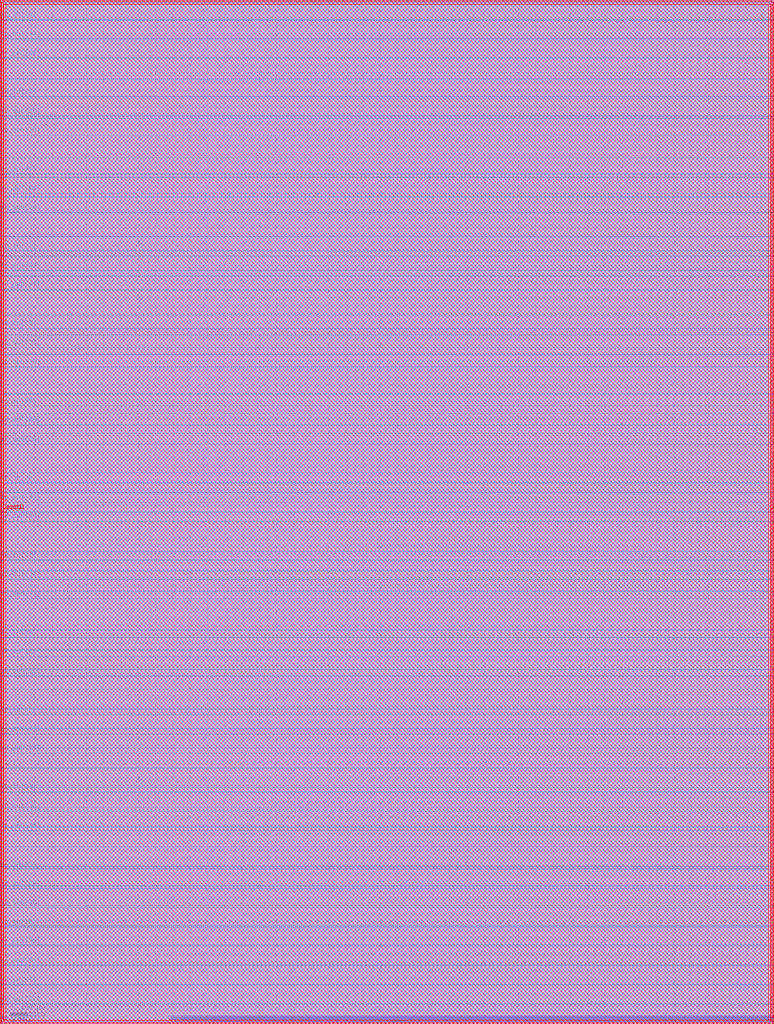
<source format=lef>
##
## LEF for PtnCells ;
## created by Innovus v20.10-p004_1 on Fri Oct 29 16:53:51 2021
##

VERSION 5.8 ;

BUSBITCHARS "[]" ;
DIVIDERCHAR "/" ;

MACRO Ibtida_top_dffram_cv
  CLASS BLOCK ;
  SIZE 2239.740000 BY 2960.040000 ;
  FOREIGN Ibtida_top_dffram_cv 0.000000 0.000000 ;
  ORIGIN 0 0 ;
  SYMMETRY X Y R90 ;
  PIN wb_clk_i
    DIRECTION INPUT ;
    USE SIGNAL ;
    PORT
      LAYER met2 ;
        RECT 4.760000 0.000000 4.900000 0.490000 ;
    END
  END wb_clk_i
  PIN wb_rst_i
    DIRECTION INPUT ;
    USE SIGNAL ;
    PORT
      LAYER met2 ;
        RECT 4.300000 0.000000 4.440000 0.490000 ;
    END
  END wb_rst_i
  PIN la_data_in[127]
    DIRECTION INPUT ;
    USE SIGNAL ;
    PORT
      LAYER met2 ;
        RECT 1058.160000 0.000000 1058.300000 0.490000 ;
    END
  END la_data_in[127]
  PIN la_data_in[126]
    DIRECTION INPUT ;
    USE SIGNAL ;
    PORT
      LAYER met2 ;
        RECT 1053.560000 0.000000 1053.700000 0.490000 ;
    END
  END la_data_in[126]
  PIN la_data_in[125]
    DIRECTION INPUT ;
    USE SIGNAL ;
    PORT
      LAYER met2 ;
        RECT 1048.960000 0.000000 1049.100000 0.490000 ;
    END
  END la_data_in[125]
  PIN la_data_in[124]
    DIRECTION INPUT ;
    USE SIGNAL ;
    PORT
      LAYER met2 ;
        RECT 1044.820000 0.000000 1044.960000 0.490000 ;
    END
  END la_data_in[124]
  PIN la_data_in[123]
    DIRECTION INPUT ;
    USE SIGNAL ;
    PORT
      LAYER met2 ;
        RECT 1040.220000 0.000000 1040.360000 0.490000 ;
    END
  END la_data_in[123]
  PIN la_data_in[122]
    DIRECTION INPUT ;
    USE SIGNAL ;
    PORT
      LAYER met2 ;
        RECT 1035.620000 0.000000 1035.760000 0.490000 ;
    END
  END la_data_in[122]
  PIN la_data_in[121]
    DIRECTION INPUT ;
    USE SIGNAL ;
    PORT
      LAYER met2 ;
        RECT 1031.020000 0.000000 1031.160000 0.490000 ;
    END
  END la_data_in[121]
  PIN la_data_in[120]
    DIRECTION INPUT ;
    USE SIGNAL ;
    PORT
      LAYER met2 ;
        RECT 1026.420000 0.000000 1026.560000 0.490000 ;
    END
  END la_data_in[120]
  PIN la_data_in[119]
    DIRECTION INPUT ;
    USE SIGNAL ;
    PORT
      LAYER met2 ;
        RECT 1021.820000 0.000000 1021.960000 0.490000 ;
    END
  END la_data_in[119]
  PIN la_data_in[118]
    DIRECTION INPUT ;
    USE SIGNAL ;
    PORT
      LAYER met2 ;
        RECT 1017.220000 0.000000 1017.360000 0.490000 ;
    END
  END la_data_in[118]
  PIN la_data_in[117]
    DIRECTION INPUT ;
    USE SIGNAL ;
    PORT
      LAYER met2 ;
        RECT 1012.620000 0.000000 1012.760000 0.490000 ;
    END
  END la_data_in[117]
  PIN la_data_in[116]
    DIRECTION INPUT ;
    USE SIGNAL ;
    PORT
      LAYER met2 ;
        RECT 1008.020000 0.000000 1008.160000 0.490000 ;
    END
  END la_data_in[116]
  PIN la_data_in[115]
    DIRECTION INPUT ;
    USE SIGNAL ;
    PORT
      LAYER met2 ;
        RECT 1003.880000 0.000000 1004.020000 0.490000 ;
    END
  END la_data_in[115]
  PIN la_data_in[114]
    DIRECTION INPUT ;
    USE SIGNAL ;
    PORT
      LAYER met2 ;
        RECT 999.280000 0.000000 999.420000 0.490000 ;
    END
  END la_data_in[114]
  PIN la_data_in[113]
    DIRECTION INPUT ;
    USE SIGNAL ;
    PORT
      LAYER met2 ;
        RECT 994.680000 0.000000 994.820000 0.490000 ;
    END
  END la_data_in[113]
  PIN la_data_in[112]
    DIRECTION INPUT ;
    USE SIGNAL ;
    PORT
      LAYER met2 ;
        RECT 990.080000 0.000000 990.220000 0.490000 ;
    END
  END la_data_in[112]
  PIN la_data_in[111]
    DIRECTION INPUT ;
    USE SIGNAL ;
    PORT
      LAYER met2 ;
        RECT 985.480000 0.000000 985.620000 0.490000 ;
    END
  END la_data_in[111]
  PIN la_data_in[110]
    DIRECTION INPUT ;
    USE SIGNAL ;
    PORT
      LAYER met2 ;
        RECT 980.880000 0.000000 981.020000 0.490000 ;
    END
  END la_data_in[110]
  PIN la_data_in[109]
    DIRECTION INPUT ;
    USE SIGNAL ;
    PORT
      LAYER met2 ;
        RECT 976.280000 0.000000 976.420000 0.490000 ;
    END
  END la_data_in[109]
  PIN la_data_in[108]
    DIRECTION INPUT ;
    USE SIGNAL ;
    PORT
      LAYER met2 ;
        RECT 971.680000 0.000000 971.820000 0.490000 ;
    END
  END la_data_in[108]
  PIN la_data_in[107]
    DIRECTION INPUT ;
    USE SIGNAL ;
    PORT
      LAYER met2 ;
        RECT 967.540000 0.000000 967.680000 0.490000 ;
    END
  END la_data_in[107]
  PIN la_data_in[106]
    DIRECTION INPUT ;
    USE SIGNAL ;
    PORT
      LAYER met2 ;
        RECT 962.940000 0.000000 963.080000 0.490000 ;
    END
  END la_data_in[106]
  PIN la_data_in[105]
    DIRECTION INPUT ;
    USE SIGNAL ;
    PORT
      LAYER met2 ;
        RECT 958.340000 0.000000 958.480000 0.490000 ;
    END
  END la_data_in[105]
  PIN la_data_in[104]
    DIRECTION INPUT ;
    USE SIGNAL ;
    PORT
      LAYER met2 ;
        RECT 953.740000 0.000000 953.880000 0.490000 ;
    END
  END la_data_in[104]
  PIN la_data_in[103]
    DIRECTION INPUT ;
    USE SIGNAL ;
    PORT
      LAYER met2 ;
        RECT 949.140000 0.000000 949.280000 0.490000 ;
    END
  END la_data_in[103]
  PIN la_data_in[102]
    DIRECTION INPUT ;
    USE SIGNAL ;
    PORT
      LAYER met2 ;
        RECT 944.540000 0.000000 944.680000 0.490000 ;
    END
  END la_data_in[102]
  PIN la_data_in[101]
    DIRECTION INPUT ;
    USE SIGNAL ;
    PORT
      LAYER met2 ;
        RECT 939.940000 0.000000 940.080000 0.490000 ;
    END
  END la_data_in[101]
  PIN la_data_in[100]
    DIRECTION INPUT ;
    USE SIGNAL ;
    PORT
      LAYER met2 ;
        RECT 935.340000 0.000000 935.480000 0.490000 ;
    END
  END la_data_in[100]
  PIN la_data_in[99]
    DIRECTION INPUT ;
    USE SIGNAL ;
    PORT
      LAYER met2 ;
        RECT 931.200000 0.000000 931.340000 0.490000 ;
    END
  END la_data_in[99]
  PIN la_data_in[98]
    DIRECTION INPUT ;
    USE SIGNAL ;
    PORT
      LAYER met2 ;
        RECT 926.600000 0.000000 926.740000 0.490000 ;
    END
  END la_data_in[98]
  PIN la_data_in[97]
    DIRECTION INPUT ;
    USE SIGNAL ;
    PORT
      LAYER met2 ;
        RECT 922.000000 0.000000 922.140000 0.490000 ;
    END
  END la_data_in[97]
  PIN la_data_in[96]
    DIRECTION INPUT ;
    USE SIGNAL ;
    PORT
      LAYER met2 ;
        RECT 917.400000 0.000000 917.540000 0.490000 ;
    END
  END la_data_in[96]
  PIN la_data_in[95]
    DIRECTION INPUT ;
    USE SIGNAL ;
    PORT
      LAYER met2 ;
        RECT 912.800000 0.000000 912.940000 0.490000 ;
    END
  END la_data_in[95]
  PIN la_data_in[94]
    DIRECTION INPUT ;
    USE SIGNAL ;
    PORT
      LAYER met2 ;
        RECT 908.200000 0.000000 908.340000 0.490000 ;
    END
  END la_data_in[94]
  PIN la_data_in[93]
    DIRECTION INPUT ;
    USE SIGNAL ;
    PORT
      LAYER met2 ;
        RECT 903.600000 0.000000 903.740000 0.490000 ;
    END
  END la_data_in[93]
  PIN la_data_in[92]
    DIRECTION INPUT ;
    USE SIGNAL ;
    PORT
      LAYER met2 ;
        RECT 899.000000 0.000000 899.140000 0.490000 ;
    END
  END la_data_in[92]
  PIN la_data_in[91]
    DIRECTION INPUT ;
    USE SIGNAL ;
    PORT
      LAYER met2 ;
        RECT 894.860000 0.000000 895.000000 0.490000 ;
    END
  END la_data_in[91]
  PIN la_data_in[90]
    DIRECTION INPUT ;
    USE SIGNAL ;
    PORT
      LAYER met2 ;
        RECT 890.260000 0.000000 890.400000 0.490000 ;
    END
  END la_data_in[90]
  PIN la_data_in[89]
    DIRECTION INPUT ;
    USE SIGNAL ;
    PORT
      LAYER met2 ;
        RECT 885.660000 0.000000 885.800000 0.490000 ;
    END
  END la_data_in[89]
  PIN la_data_in[88]
    DIRECTION INPUT ;
    USE SIGNAL ;
    PORT
      LAYER met2 ;
        RECT 881.060000 0.000000 881.200000 0.490000 ;
    END
  END la_data_in[88]
  PIN la_data_in[87]
    DIRECTION INPUT ;
    USE SIGNAL ;
    PORT
      LAYER met2 ;
        RECT 876.460000 0.000000 876.600000 0.490000 ;
    END
  END la_data_in[87]
  PIN la_data_in[86]
    DIRECTION INPUT ;
    USE SIGNAL ;
    PORT
      LAYER met2 ;
        RECT 871.860000 0.000000 872.000000 0.490000 ;
    END
  END la_data_in[86]
  PIN la_data_in[85]
    DIRECTION INPUT ;
    USE SIGNAL ;
    PORT
      LAYER met2 ;
        RECT 867.260000 0.000000 867.400000 0.490000 ;
    END
  END la_data_in[85]
  PIN la_data_in[84]
    DIRECTION INPUT ;
    USE SIGNAL ;
    PORT
      LAYER met2 ;
        RECT 862.660000 0.000000 862.800000 0.490000 ;
    END
  END la_data_in[84]
  PIN la_data_in[83]
    DIRECTION INPUT ;
    USE SIGNAL ;
    PORT
      LAYER met2 ;
        RECT 858.520000 0.000000 858.660000 0.490000 ;
    END
  END la_data_in[83]
  PIN la_data_in[82]
    DIRECTION INPUT ;
    USE SIGNAL ;
    PORT
      LAYER met2 ;
        RECT 853.920000 0.000000 854.060000 0.490000 ;
    END
  END la_data_in[82]
  PIN la_data_in[81]
    DIRECTION INPUT ;
    USE SIGNAL ;
    PORT
      LAYER met2 ;
        RECT 849.320000 0.000000 849.460000 0.490000 ;
    END
  END la_data_in[81]
  PIN la_data_in[80]
    DIRECTION INPUT ;
    USE SIGNAL ;
    PORT
      LAYER met2 ;
        RECT 844.720000 0.000000 844.860000 0.490000 ;
    END
  END la_data_in[80]
  PIN la_data_in[79]
    DIRECTION INPUT ;
    USE SIGNAL ;
    PORT
      LAYER met2 ;
        RECT 840.120000 0.000000 840.260000 0.490000 ;
    END
  END la_data_in[79]
  PIN la_data_in[78]
    DIRECTION INPUT ;
    USE SIGNAL ;
    PORT
      LAYER met2 ;
        RECT 835.520000 0.000000 835.660000 0.490000 ;
    END
  END la_data_in[78]
  PIN la_data_in[77]
    DIRECTION INPUT ;
    USE SIGNAL ;
    PORT
      LAYER met2 ;
        RECT 830.920000 0.000000 831.060000 0.490000 ;
    END
  END la_data_in[77]
  PIN la_data_in[76]
    DIRECTION INPUT ;
    USE SIGNAL ;
    PORT
      LAYER met2 ;
        RECT 826.320000 0.000000 826.460000 0.490000 ;
    END
  END la_data_in[76]
  PIN la_data_in[75]
    DIRECTION INPUT ;
    USE SIGNAL ;
    PORT
      LAYER met2 ;
        RECT 822.180000 0.000000 822.320000 0.490000 ;
    END
  END la_data_in[75]
  PIN la_data_in[74]
    DIRECTION INPUT ;
    USE SIGNAL ;
    PORT
      LAYER met2 ;
        RECT 817.580000 0.000000 817.720000 0.490000 ;
    END
  END la_data_in[74]
  PIN la_data_in[73]
    DIRECTION INPUT ;
    USE SIGNAL ;
    PORT
      LAYER met2 ;
        RECT 812.980000 0.000000 813.120000 0.490000 ;
    END
  END la_data_in[73]
  PIN la_data_in[72]
    DIRECTION INPUT ;
    USE SIGNAL ;
    PORT
      LAYER met2 ;
        RECT 808.380000 0.000000 808.520000 0.490000 ;
    END
  END la_data_in[72]
  PIN la_data_in[71]
    DIRECTION INPUT ;
    USE SIGNAL ;
    PORT
      LAYER met2 ;
        RECT 803.780000 0.000000 803.920000 0.490000 ;
    END
  END la_data_in[71]
  PIN la_data_in[70]
    DIRECTION INPUT ;
    USE SIGNAL ;
    PORT
      LAYER met2 ;
        RECT 799.180000 0.000000 799.320000 0.490000 ;
    END
  END la_data_in[70]
  PIN la_data_in[69]
    DIRECTION INPUT ;
    USE SIGNAL ;
    PORT
      LAYER met2 ;
        RECT 794.580000 0.000000 794.720000 0.490000 ;
    END
  END la_data_in[69]
  PIN la_data_in[68]
    DIRECTION INPUT ;
    USE SIGNAL ;
    PORT
      LAYER met2 ;
        RECT 789.980000 0.000000 790.120000 0.490000 ;
    END
  END la_data_in[68]
  PIN la_data_in[67]
    DIRECTION INPUT ;
    USE SIGNAL ;
    PORT
      LAYER met2 ;
        RECT 785.840000 0.000000 785.980000 0.490000 ;
    END
  END la_data_in[67]
  PIN la_data_in[66]
    DIRECTION INPUT ;
    USE SIGNAL ;
    PORT
      LAYER met2 ;
        RECT 781.240000 0.000000 781.380000 0.490000 ;
    END
  END la_data_in[66]
  PIN la_data_in[65]
    DIRECTION INPUT ;
    USE SIGNAL ;
    PORT
      LAYER met2 ;
        RECT 776.640000 0.000000 776.780000 0.490000 ;
    END
  END la_data_in[65]
  PIN la_data_in[64]
    DIRECTION INPUT ;
    USE SIGNAL ;
    PORT
      LAYER met2 ;
        RECT 772.040000 0.000000 772.180000 0.490000 ;
    END
  END la_data_in[64]
  PIN la_data_in[63]
    DIRECTION INPUT ;
    USE SIGNAL ;
    PORT
      LAYER met2 ;
        RECT 767.440000 0.000000 767.580000 0.490000 ;
    END
  END la_data_in[63]
  PIN la_data_in[62]
    DIRECTION INPUT ;
    USE SIGNAL ;
    PORT
      LAYER met2 ;
        RECT 762.840000 0.000000 762.980000 0.490000 ;
    END
  END la_data_in[62]
  PIN la_data_in[61]
    DIRECTION INPUT ;
    USE SIGNAL ;
    PORT
      LAYER met2 ;
        RECT 758.240000 0.000000 758.380000 0.490000 ;
    END
  END la_data_in[61]
  PIN la_data_in[60]
    DIRECTION INPUT ;
    USE SIGNAL ;
    PORT
      LAYER met2 ;
        RECT 753.640000 0.000000 753.780000 0.490000 ;
    END
  END la_data_in[60]
  PIN la_data_in[59]
    DIRECTION INPUT ;
    USE SIGNAL ;
    PORT
      LAYER met2 ;
        RECT 749.500000 0.000000 749.640000 0.490000 ;
    END
  END la_data_in[59]
  PIN la_data_in[58]
    DIRECTION INPUT ;
    USE SIGNAL ;
    PORT
      LAYER met2 ;
        RECT 744.900000 0.000000 745.040000 0.490000 ;
    END
  END la_data_in[58]
  PIN la_data_in[57]
    DIRECTION INPUT ;
    USE SIGNAL ;
    PORT
      LAYER met2 ;
        RECT 740.300000 0.000000 740.440000 0.490000 ;
    END
  END la_data_in[57]
  PIN la_data_in[56]
    DIRECTION INPUT ;
    USE SIGNAL ;
    PORT
      LAYER met2 ;
        RECT 735.700000 0.000000 735.840000 0.490000 ;
    END
  END la_data_in[56]
  PIN la_data_in[55]
    DIRECTION INPUT ;
    USE SIGNAL ;
    PORT
      LAYER met2 ;
        RECT 731.100000 0.000000 731.240000 0.490000 ;
    END
  END la_data_in[55]
  PIN la_data_in[54]
    DIRECTION INPUT ;
    USE SIGNAL ;
    PORT
      LAYER met2 ;
        RECT 726.500000 0.000000 726.640000 0.490000 ;
    END
  END la_data_in[54]
  PIN la_data_in[53]
    DIRECTION INPUT ;
    USE SIGNAL ;
    PORT
      LAYER met2 ;
        RECT 721.900000 0.000000 722.040000 0.490000 ;
    END
  END la_data_in[53]
  PIN la_data_in[52]
    DIRECTION INPUT ;
    USE SIGNAL ;
    PORT
      LAYER met2 ;
        RECT 717.300000 0.000000 717.440000 0.490000 ;
    END
  END la_data_in[52]
  PIN la_data_in[51]
    DIRECTION INPUT ;
    USE SIGNAL ;
    PORT
      LAYER met2 ;
        RECT 713.160000 0.000000 713.300000 0.490000 ;
    END
  END la_data_in[51]
  PIN la_data_in[50]
    DIRECTION INPUT ;
    USE SIGNAL ;
    PORT
      LAYER met2 ;
        RECT 708.560000 0.000000 708.700000 0.490000 ;
    END
  END la_data_in[50]
  PIN la_data_in[49]
    DIRECTION INPUT ;
    USE SIGNAL ;
    PORT
      LAYER met2 ;
        RECT 703.960000 0.000000 704.100000 0.490000 ;
    END
  END la_data_in[49]
  PIN la_data_in[48]
    DIRECTION INPUT ;
    USE SIGNAL ;
    PORT
      LAYER met2 ;
        RECT 699.360000 0.000000 699.500000 0.490000 ;
    END
  END la_data_in[48]
  PIN la_data_in[47]
    DIRECTION INPUT ;
    USE SIGNAL ;
    PORT
      LAYER met2 ;
        RECT 694.760000 0.000000 694.900000 0.490000 ;
    END
  END la_data_in[47]
  PIN la_data_in[46]
    DIRECTION INPUT ;
    USE SIGNAL ;
    PORT
      LAYER met2 ;
        RECT 690.160000 0.000000 690.300000 0.490000 ;
    END
  END la_data_in[46]
  PIN la_data_in[45]
    DIRECTION INPUT ;
    USE SIGNAL ;
    PORT
      LAYER met2 ;
        RECT 685.560000 0.000000 685.700000 0.490000 ;
    END
  END la_data_in[45]
  PIN la_data_in[44]
    DIRECTION INPUT ;
    USE SIGNAL ;
    PORT
      LAYER met2 ;
        RECT 680.960000 0.000000 681.100000 0.490000 ;
    END
  END la_data_in[44]
  PIN la_data_in[43]
    DIRECTION INPUT ;
    USE SIGNAL ;
    PORT
      LAYER met2 ;
        RECT 676.820000 0.000000 676.960000 0.490000 ;
    END
  END la_data_in[43]
  PIN la_data_in[42]
    DIRECTION INPUT ;
    USE SIGNAL ;
    PORT
      LAYER met2 ;
        RECT 672.220000 0.000000 672.360000 0.490000 ;
    END
  END la_data_in[42]
  PIN la_data_in[41]
    DIRECTION INPUT ;
    USE SIGNAL ;
    PORT
      LAYER met2 ;
        RECT 667.620000 0.000000 667.760000 0.490000 ;
    END
  END la_data_in[41]
  PIN la_data_in[40]
    DIRECTION INPUT ;
    USE SIGNAL ;
    PORT
      LAYER met2 ;
        RECT 663.020000 0.000000 663.160000 0.490000 ;
    END
  END la_data_in[40]
  PIN la_data_in[39]
    DIRECTION INPUT ;
    USE SIGNAL ;
    PORT
      LAYER met2 ;
        RECT 658.420000 0.000000 658.560000 0.490000 ;
    END
  END la_data_in[39]
  PIN la_data_in[38]
    DIRECTION INPUT ;
    USE SIGNAL ;
    PORT
      LAYER met2 ;
        RECT 653.820000 0.000000 653.960000 0.490000 ;
    END
  END la_data_in[38]
  PIN la_data_in[37]
    DIRECTION INPUT ;
    USE SIGNAL ;
    PORT
      LAYER met2 ;
        RECT 649.220000 0.000000 649.360000 0.490000 ;
    END
  END la_data_in[37]
  PIN la_data_in[36]
    DIRECTION INPUT ;
    USE SIGNAL ;
    PORT
      LAYER met2 ;
        RECT 644.620000 0.000000 644.760000 0.490000 ;
    END
  END la_data_in[36]
  PIN la_data_in[35]
    DIRECTION INPUT ;
    USE SIGNAL ;
    PORT
      LAYER met2 ;
        RECT 640.480000 0.000000 640.620000 0.490000 ;
    END
  END la_data_in[35]
  PIN la_data_in[34]
    DIRECTION INPUT ;
    USE SIGNAL ;
    PORT
      LAYER met2 ;
        RECT 635.880000 0.000000 636.020000 0.490000 ;
    END
  END la_data_in[34]
  PIN la_data_in[33]
    DIRECTION INPUT ;
    USE SIGNAL ;
    PORT
      LAYER met2 ;
        RECT 631.280000 0.000000 631.420000 0.490000 ;
    END
  END la_data_in[33]
  PIN la_data_in[32]
    DIRECTION INPUT ;
    USE SIGNAL ;
    PORT
      LAYER met2 ;
        RECT 626.680000 0.000000 626.820000 0.490000 ;
    END
  END la_data_in[32]
  PIN la_data_in[31]
    DIRECTION INPUT ;
    USE SIGNAL ;
    PORT
      LAYER met2 ;
        RECT 622.080000 0.000000 622.220000 0.490000 ;
    END
  END la_data_in[31]
  PIN la_data_in[30]
    DIRECTION INPUT ;
    USE SIGNAL ;
    PORT
      LAYER met2 ;
        RECT 617.480000 0.000000 617.620000 0.490000 ;
    END
  END la_data_in[30]
  PIN la_data_in[29]
    DIRECTION INPUT ;
    USE SIGNAL ;
    PORT
      LAYER met2 ;
        RECT 612.880000 0.000000 613.020000 0.490000 ;
    END
  END la_data_in[29]
  PIN la_data_in[28]
    DIRECTION INPUT ;
    USE SIGNAL ;
    PORT
      LAYER met2 ;
        RECT 608.280000 0.000000 608.420000 0.490000 ;
    END
  END la_data_in[28]
  PIN la_data_in[27]
    DIRECTION INPUT ;
    USE SIGNAL ;
    PORT
      LAYER met2 ;
        RECT 604.140000 0.000000 604.280000 0.490000 ;
    END
  END la_data_in[27]
  PIN la_data_in[26]
    DIRECTION INPUT ;
    USE SIGNAL ;
    PORT
      LAYER met2 ;
        RECT 599.540000 0.000000 599.680000 0.490000 ;
    END
  END la_data_in[26]
  PIN la_data_in[25]
    DIRECTION INPUT ;
    USE SIGNAL ;
    PORT
      LAYER met2 ;
        RECT 594.940000 0.000000 595.080000 0.490000 ;
    END
  END la_data_in[25]
  PIN la_data_in[24]
    DIRECTION INPUT ;
    USE SIGNAL ;
    PORT
      LAYER met2 ;
        RECT 590.340000 0.000000 590.480000 0.490000 ;
    END
  END la_data_in[24]
  PIN la_data_in[23]
    DIRECTION INPUT ;
    USE SIGNAL ;
    PORT
      LAYER met2 ;
        RECT 585.740000 0.000000 585.880000 0.490000 ;
    END
  END la_data_in[23]
  PIN la_data_in[22]
    DIRECTION INPUT ;
    USE SIGNAL ;
    PORT
      LAYER met2 ;
        RECT 581.140000 0.000000 581.280000 0.490000 ;
    END
  END la_data_in[22]
  PIN la_data_in[21]
    DIRECTION INPUT ;
    USE SIGNAL ;
    PORT
      LAYER met2 ;
        RECT 576.540000 0.000000 576.680000 0.490000 ;
    END
  END la_data_in[21]
  PIN la_data_in[20]
    DIRECTION INPUT ;
    USE SIGNAL ;
    PORT
      LAYER met2 ;
        RECT 571.940000 0.000000 572.080000 0.490000 ;
    END
  END la_data_in[20]
  PIN la_data_in[19]
    DIRECTION INPUT ;
    USE SIGNAL ;
    PORT
      LAYER met2 ;
        RECT 567.800000 0.000000 567.940000 0.490000 ;
    END
  END la_data_in[19]
  PIN la_data_in[18]
    DIRECTION INPUT ;
    USE SIGNAL ;
    PORT
      LAYER met2 ;
        RECT 563.200000 0.000000 563.340000 0.490000 ;
    END
  END la_data_in[18]
  PIN la_data_in[17]
    DIRECTION INPUT ;
    USE SIGNAL ;
    PORT
      LAYER met2 ;
        RECT 558.600000 0.000000 558.740000 0.490000 ;
    END
  END la_data_in[17]
  PIN la_data_in[16]
    DIRECTION INPUT ;
    USE SIGNAL ;
    PORT
      LAYER met2 ;
        RECT 554.000000 0.000000 554.140000 0.490000 ;
    END
  END la_data_in[16]
  PIN la_data_in[15]
    DIRECTION INPUT ;
    USE SIGNAL ;
    PORT
      LAYER met2 ;
        RECT 549.400000 0.000000 549.540000 0.490000 ;
    END
  END la_data_in[15]
  PIN la_data_in[14]
    DIRECTION INPUT ;
    USE SIGNAL ;
    PORT
      LAYER met2 ;
        RECT 544.800000 0.000000 544.940000 0.490000 ;
    END
  END la_data_in[14]
  PIN la_data_in[13]
    DIRECTION INPUT ;
    USE SIGNAL ;
    PORT
      LAYER met2 ;
        RECT 540.200000 0.000000 540.340000 0.490000 ;
    END
  END la_data_in[13]
  PIN la_data_in[12]
    DIRECTION INPUT ;
    USE SIGNAL ;
    PORT
      LAYER met2 ;
        RECT 535.600000 0.000000 535.740000 0.490000 ;
    END
  END la_data_in[12]
  PIN la_data_in[11]
    DIRECTION INPUT ;
    USE SIGNAL ;
    PORT
      LAYER met2 ;
        RECT 531.460000 0.000000 531.600000 0.490000 ;
    END
  END la_data_in[11]
  PIN la_data_in[10]
    DIRECTION INPUT ;
    USE SIGNAL ;
    PORT
      LAYER met2 ;
        RECT 526.860000 0.000000 527.000000 0.490000 ;
    END
  END la_data_in[10]
  PIN la_data_in[9]
    DIRECTION INPUT ;
    USE SIGNAL ;
    PORT
      LAYER met2 ;
        RECT 522.260000 0.000000 522.400000 0.490000 ;
    END
  END la_data_in[9]
  PIN la_data_in[8]
    DIRECTION INPUT ;
    USE SIGNAL ;
    PORT
      LAYER met2 ;
        RECT 517.660000 0.000000 517.800000 0.490000 ;
    END
  END la_data_in[8]
  PIN la_data_in[7]
    DIRECTION INPUT ;
    USE SIGNAL ;
    PORT
      LAYER met2 ;
        RECT 513.060000 0.000000 513.200000 0.490000 ;
    END
  END la_data_in[7]
  PIN la_data_in[6]
    DIRECTION INPUT ;
    USE SIGNAL ;
    PORT
      LAYER met2 ;
        RECT 508.460000 0.000000 508.600000 0.490000 ;
    END
  END la_data_in[6]
  PIN la_data_in[5]
    DIRECTION INPUT ;
    USE SIGNAL ;
    PORT
      LAYER met2 ;
        RECT 503.860000 0.000000 504.000000 0.490000 ;
    END
  END la_data_in[5]
  PIN la_data_in[4]
    DIRECTION INPUT ;
    USE SIGNAL ;
    PORT
      LAYER met2 ;
        RECT 499.260000 0.000000 499.400000 0.490000 ;
    END
  END la_data_in[4]
  PIN la_data_in[3]
    DIRECTION INPUT ;
    USE SIGNAL ;
    PORT
      LAYER met2 ;
        RECT 494.660000 0.000000 494.800000 0.490000 ;
    END
  END la_data_in[3]
  PIN la_data_in[2]
    DIRECTION INPUT ;
    USE SIGNAL ;
    PORT
      LAYER met2 ;
        RECT 490.520000 0.000000 490.660000 0.490000 ;
    END
  END la_data_in[2]
  PIN la_data_in[1]
    DIRECTION INPUT ;
    USE SIGNAL ;
    PORT
      LAYER met2 ;
        RECT 485.920000 0.000000 486.060000 0.490000 ;
    END
  END la_data_in[1]
  PIN la_data_in[0]
    DIRECTION INPUT ;
    USE SIGNAL ;
    PORT
      LAYER met2 ;
        RECT 481.320000 0.000000 481.460000 0.490000 ;
    END
  END la_data_in[0]
  PIN la_data_out[127]
    DIRECTION OUTPUT ;
    USE SIGNAL ;
    PORT
      LAYER met2 ;
        RECT 1639.600000 0.000000 1639.740000 0.490000 ;
    END
  END la_data_out[127]
  PIN la_data_out[126]
    DIRECTION OUTPUT ;
    USE SIGNAL ;
    PORT
      LAYER met2 ;
        RECT 1635.000000 0.000000 1635.140000 0.490000 ;
    END
  END la_data_out[126]
  PIN la_data_out[125]
    DIRECTION OUTPUT ;
    USE SIGNAL ;
    PORT
      LAYER met2 ;
        RECT 1630.860000 0.000000 1631.000000 0.490000 ;
    END
  END la_data_out[125]
  PIN la_data_out[124]
    DIRECTION OUTPUT ;
    USE SIGNAL ;
    PORT
      LAYER met2 ;
        RECT 1626.260000 0.000000 1626.400000 0.490000 ;
    END
  END la_data_out[124]
  PIN la_data_out[123]
    DIRECTION OUTPUT ;
    USE SIGNAL ;
    PORT
      LAYER met2 ;
        RECT 1621.660000 0.000000 1621.800000 0.490000 ;
    END
  END la_data_out[123]
  PIN la_data_out[122]
    DIRECTION OUTPUT ;
    USE SIGNAL ;
    PORT
      LAYER met2 ;
        RECT 1617.060000 0.000000 1617.200000 0.490000 ;
    END
  END la_data_out[122]
  PIN la_data_out[121]
    DIRECTION OUTPUT ;
    USE SIGNAL ;
    PORT
      LAYER met2 ;
        RECT 1612.460000 0.000000 1612.600000 0.490000 ;
    END
  END la_data_out[121]
  PIN la_data_out[120]
    DIRECTION OUTPUT ;
    USE SIGNAL ;
    PORT
      LAYER met2 ;
        RECT 1607.860000 0.000000 1608.000000 0.490000 ;
    END
  END la_data_out[120]
  PIN la_data_out[119]
    DIRECTION OUTPUT ;
    USE SIGNAL ;
    PORT
      LAYER met2 ;
        RECT 1603.260000 0.000000 1603.400000 0.490000 ;
    END
  END la_data_out[119]
  PIN la_data_out[118]
    DIRECTION OUTPUT ;
    USE SIGNAL ;
    PORT
      LAYER met2 ;
        RECT 1598.660000 0.000000 1598.800000 0.490000 ;
    END
  END la_data_out[118]
  PIN la_data_out[117]
    DIRECTION OUTPUT ;
    USE SIGNAL ;
    PORT
      LAYER met2 ;
        RECT 1594.520000 0.000000 1594.660000 0.490000 ;
    END
  END la_data_out[117]
  PIN la_data_out[116]
    DIRECTION OUTPUT ;
    USE SIGNAL ;
    PORT
      LAYER met2 ;
        RECT 1589.920000 0.000000 1590.060000 0.490000 ;
    END
  END la_data_out[116]
  PIN la_data_out[115]
    DIRECTION OUTPUT ;
    USE SIGNAL ;
    PORT
      LAYER met2 ;
        RECT 1585.320000 0.000000 1585.460000 0.490000 ;
    END
  END la_data_out[115]
  PIN la_data_out[114]
    DIRECTION OUTPUT ;
    USE SIGNAL ;
    PORT
      LAYER met2 ;
        RECT 1580.720000 0.000000 1580.860000 0.490000 ;
    END
  END la_data_out[114]
  PIN la_data_out[113]
    DIRECTION OUTPUT ;
    USE SIGNAL ;
    PORT
      LAYER met2 ;
        RECT 1576.120000 0.000000 1576.260000 0.490000 ;
    END
  END la_data_out[113]
  PIN la_data_out[112]
    DIRECTION OUTPUT ;
    USE SIGNAL ;
    PORT
      LAYER met2 ;
        RECT 1571.520000 0.000000 1571.660000 0.490000 ;
    END
  END la_data_out[112]
  PIN la_data_out[111]
    DIRECTION OUTPUT ;
    USE SIGNAL ;
    PORT
      LAYER met2 ;
        RECT 1566.920000 0.000000 1567.060000 0.490000 ;
    END
  END la_data_out[111]
  PIN la_data_out[110]
    DIRECTION OUTPUT ;
    USE SIGNAL ;
    PORT
      LAYER met2 ;
        RECT 1562.320000 0.000000 1562.460000 0.490000 ;
    END
  END la_data_out[110]
  PIN la_data_out[109]
    DIRECTION OUTPUT ;
    USE SIGNAL ;
    PORT
      LAYER met2 ;
        RECT 1558.180000 0.000000 1558.320000 0.490000 ;
    END
  END la_data_out[109]
  PIN la_data_out[108]
    DIRECTION OUTPUT ;
    USE SIGNAL ;
    PORT
      LAYER met2 ;
        RECT 1553.580000 0.000000 1553.720000 0.490000 ;
    END
  END la_data_out[108]
  PIN la_data_out[107]
    DIRECTION OUTPUT ;
    USE SIGNAL ;
    PORT
      LAYER met2 ;
        RECT 1548.980000 0.000000 1549.120000 0.490000 ;
    END
  END la_data_out[107]
  PIN la_data_out[106]
    DIRECTION OUTPUT ;
    USE SIGNAL ;
    PORT
      LAYER met2 ;
        RECT 1544.380000 0.000000 1544.520000 0.490000 ;
    END
  END la_data_out[106]
  PIN la_data_out[105]
    DIRECTION OUTPUT ;
    USE SIGNAL ;
    PORT
      LAYER met2 ;
        RECT 1539.780000 0.000000 1539.920000 0.490000 ;
    END
  END la_data_out[105]
  PIN la_data_out[104]
    DIRECTION OUTPUT ;
    USE SIGNAL ;
    PORT
      LAYER met2 ;
        RECT 1535.180000 0.000000 1535.320000 0.490000 ;
    END
  END la_data_out[104]
  PIN la_data_out[103]
    DIRECTION OUTPUT ;
    USE SIGNAL ;
    PORT
      LAYER met2 ;
        RECT 1530.580000 0.000000 1530.720000 0.490000 ;
    END
  END la_data_out[103]
  PIN la_data_out[102]
    DIRECTION OUTPUT ;
    USE SIGNAL ;
    PORT
      LAYER met2 ;
        RECT 1525.980000 0.000000 1526.120000 0.490000 ;
    END
  END la_data_out[102]
  PIN la_data_out[101]
    DIRECTION OUTPUT ;
    USE SIGNAL ;
    PORT
      LAYER met2 ;
        RECT 1521.380000 0.000000 1521.520000 0.490000 ;
    END
  END la_data_out[101]
  PIN la_data_out[100]
    DIRECTION OUTPUT ;
    USE SIGNAL ;
    PORT
      LAYER met2 ;
        RECT 1517.240000 0.000000 1517.380000 0.490000 ;
    END
  END la_data_out[100]
  PIN la_data_out[99]
    DIRECTION OUTPUT ;
    USE SIGNAL ;
    PORT
      LAYER met2 ;
        RECT 1512.640000 0.000000 1512.780000 0.490000 ;
    END
  END la_data_out[99]
  PIN la_data_out[98]
    DIRECTION OUTPUT ;
    USE SIGNAL ;
    PORT
      LAYER met2 ;
        RECT 1508.040000 0.000000 1508.180000 0.490000 ;
    END
  END la_data_out[98]
  PIN la_data_out[97]
    DIRECTION OUTPUT ;
    USE SIGNAL ;
    PORT
      LAYER met2 ;
        RECT 1503.440000 0.000000 1503.580000 0.490000 ;
    END
  END la_data_out[97]
  PIN la_data_out[96]
    DIRECTION OUTPUT ;
    USE SIGNAL ;
    PORT
      LAYER met2 ;
        RECT 1498.840000 0.000000 1498.980000 0.490000 ;
    END
  END la_data_out[96]
  PIN la_data_out[95]
    DIRECTION OUTPUT ;
    USE SIGNAL ;
    PORT
      LAYER met2 ;
        RECT 1494.240000 0.000000 1494.380000 0.490000 ;
    END
  END la_data_out[95]
  PIN la_data_out[94]
    DIRECTION OUTPUT ;
    USE SIGNAL ;
    PORT
      LAYER met2 ;
        RECT 1489.640000 0.000000 1489.780000 0.490000 ;
    END
  END la_data_out[94]
  PIN la_data_out[93]
    DIRECTION OUTPUT ;
    USE SIGNAL ;
    PORT
      LAYER met2 ;
        RECT 1485.040000 0.000000 1485.180000 0.490000 ;
    END
  END la_data_out[93]
  PIN la_data_out[92]
    DIRECTION OUTPUT ;
    USE SIGNAL ;
    PORT
      LAYER met2 ;
        RECT 1480.900000 0.000000 1481.040000 0.490000 ;
    END
  END la_data_out[92]
  PIN la_data_out[91]
    DIRECTION OUTPUT ;
    USE SIGNAL ;
    PORT
      LAYER met2 ;
        RECT 1476.300000 0.000000 1476.440000 0.490000 ;
    END
  END la_data_out[91]
  PIN la_data_out[90]
    DIRECTION OUTPUT ;
    USE SIGNAL ;
    PORT
      LAYER met2 ;
        RECT 1471.700000 0.000000 1471.840000 0.490000 ;
    END
  END la_data_out[90]
  PIN la_data_out[89]
    DIRECTION OUTPUT ;
    USE SIGNAL ;
    PORT
      LAYER met2 ;
        RECT 1467.100000 0.000000 1467.240000 0.490000 ;
    END
  END la_data_out[89]
  PIN la_data_out[88]
    DIRECTION OUTPUT ;
    USE SIGNAL ;
    PORT
      LAYER met2 ;
        RECT 1462.500000 0.000000 1462.640000 0.490000 ;
    END
  END la_data_out[88]
  PIN la_data_out[87]
    DIRECTION OUTPUT ;
    USE SIGNAL ;
    PORT
      LAYER met2 ;
        RECT 1457.900000 0.000000 1458.040000 0.490000 ;
    END
  END la_data_out[87]
  PIN la_data_out[86]
    DIRECTION OUTPUT ;
    USE SIGNAL ;
    PORT
      LAYER met2 ;
        RECT 1453.300000 0.000000 1453.440000 0.490000 ;
    END
  END la_data_out[86]
  PIN la_data_out[85]
    DIRECTION OUTPUT ;
    USE SIGNAL ;
    PORT
      LAYER met2 ;
        RECT 1448.700000 0.000000 1448.840000 0.490000 ;
    END
  END la_data_out[85]
  PIN la_data_out[84]
    DIRECTION OUTPUT ;
    USE SIGNAL ;
    PORT
      LAYER met2 ;
        RECT 1444.560000 0.000000 1444.700000 0.490000 ;
    END
  END la_data_out[84]
  PIN la_data_out[83]
    DIRECTION OUTPUT ;
    USE SIGNAL ;
    PORT
      LAYER met2 ;
        RECT 1439.960000 0.000000 1440.100000 0.490000 ;
    END
  END la_data_out[83]
  PIN la_data_out[82]
    DIRECTION OUTPUT ;
    USE SIGNAL ;
    PORT
      LAYER met2 ;
        RECT 1435.360000 0.000000 1435.500000 0.490000 ;
    END
  END la_data_out[82]
  PIN la_data_out[81]
    DIRECTION OUTPUT ;
    USE SIGNAL ;
    PORT
      LAYER met2 ;
        RECT 1430.760000 0.000000 1430.900000 0.490000 ;
    END
  END la_data_out[81]
  PIN la_data_out[80]
    DIRECTION OUTPUT ;
    USE SIGNAL ;
    PORT
      LAYER met2 ;
        RECT 1426.160000 0.000000 1426.300000 0.490000 ;
    END
  END la_data_out[80]
  PIN la_data_out[79]
    DIRECTION OUTPUT ;
    USE SIGNAL ;
    PORT
      LAYER met2 ;
        RECT 1421.560000 0.000000 1421.700000 0.490000 ;
    END
  END la_data_out[79]
  PIN la_data_out[78]
    DIRECTION OUTPUT ;
    USE SIGNAL ;
    PORT
      LAYER met2 ;
        RECT 1416.960000 0.000000 1417.100000 0.490000 ;
    END
  END la_data_out[78]
  PIN la_data_out[77]
    DIRECTION OUTPUT ;
    USE SIGNAL ;
    PORT
      LAYER met2 ;
        RECT 1412.360000 0.000000 1412.500000 0.490000 ;
    END
  END la_data_out[77]
  PIN la_data_out[76]
    DIRECTION OUTPUT ;
    USE SIGNAL ;
    PORT
      LAYER met2 ;
        RECT 1408.220000 0.000000 1408.360000 0.490000 ;
    END
  END la_data_out[76]
  PIN la_data_out[75]
    DIRECTION OUTPUT ;
    USE SIGNAL ;
    PORT
      LAYER met2 ;
        RECT 1403.620000 0.000000 1403.760000 0.490000 ;
    END
  END la_data_out[75]
  PIN la_data_out[74]
    DIRECTION OUTPUT ;
    USE SIGNAL ;
    PORT
      LAYER met2 ;
        RECT 1399.020000 0.000000 1399.160000 0.490000 ;
    END
  END la_data_out[74]
  PIN la_data_out[73]
    DIRECTION OUTPUT ;
    USE SIGNAL ;
    PORT
      LAYER met2 ;
        RECT 1394.420000 0.000000 1394.560000 0.490000 ;
    END
  END la_data_out[73]
  PIN la_data_out[72]
    DIRECTION OUTPUT ;
    USE SIGNAL ;
    PORT
      LAYER met2 ;
        RECT 1389.820000 0.000000 1389.960000 0.490000 ;
    END
  END la_data_out[72]
  PIN la_data_out[71]
    DIRECTION OUTPUT ;
    USE SIGNAL ;
    PORT
      LAYER met2 ;
        RECT 1385.220000 0.000000 1385.360000 0.490000 ;
    END
  END la_data_out[71]
  PIN la_data_out[70]
    DIRECTION OUTPUT ;
    USE SIGNAL ;
    PORT
      LAYER met2 ;
        RECT 1380.620000 0.000000 1380.760000 0.490000 ;
    END
  END la_data_out[70]
  PIN la_data_out[69]
    DIRECTION OUTPUT ;
    USE SIGNAL ;
    PORT
      LAYER met2 ;
        RECT 1376.020000 0.000000 1376.160000 0.490000 ;
    END
  END la_data_out[69]
  PIN la_data_out[68]
    DIRECTION OUTPUT ;
    USE SIGNAL ;
    PORT
      LAYER met2 ;
        RECT 1371.880000 0.000000 1372.020000 0.490000 ;
    END
  END la_data_out[68]
  PIN la_data_out[67]
    DIRECTION OUTPUT ;
    USE SIGNAL ;
    PORT
      LAYER met2 ;
        RECT 1367.280000 0.000000 1367.420000 0.490000 ;
    END
  END la_data_out[67]
  PIN la_data_out[66]
    DIRECTION OUTPUT ;
    USE SIGNAL ;
    PORT
      LAYER met2 ;
        RECT 1362.680000 0.000000 1362.820000 0.490000 ;
    END
  END la_data_out[66]
  PIN la_data_out[65]
    DIRECTION OUTPUT ;
    USE SIGNAL ;
    PORT
      LAYER met2 ;
        RECT 1358.080000 0.000000 1358.220000 0.490000 ;
    END
  END la_data_out[65]
  PIN la_data_out[64]
    DIRECTION OUTPUT ;
    USE SIGNAL ;
    PORT
      LAYER met2 ;
        RECT 1353.480000 0.000000 1353.620000 0.490000 ;
    END
  END la_data_out[64]
  PIN la_data_out[63]
    DIRECTION OUTPUT ;
    USE SIGNAL ;
    PORT
      LAYER met2 ;
        RECT 1348.880000 0.000000 1349.020000 0.490000 ;
    END
  END la_data_out[63]
  PIN la_data_out[62]
    DIRECTION OUTPUT ;
    USE SIGNAL ;
    PORT
      LAYER met2 ;
        RECT 1344.280000 0.000000 1344.420000 0.490000 ;
    END
  END la_data_out[62]
  PIN la_data_out[61]
    DIRECTION OUTPUT ;
    USE SIGNAL ;
    PORT
      LAYER met2 ;
        RECT 1339.680000 0.000000 1339.820000 0.490000 ;
    END
  END la_data_out[61]
  PIN la_data_out[60]
    DIRECTION OUTPUT ;
    USE SIGNAL ;
    PORT
      LAYER met2 ;
        RECT 1335.540000 0.000000 1335.680000 0.490000 ;
    END
  END la_data_out[60]
  PIN la_data_out[59]
    DIRECTION OUTPUT ;
    USE SIGNAL ;
    PORT
      LAYER met2 ;
        RECT 1330.940000 0.000000 1331.080000 0.490000 ;
    END
  END la_data_out[59]
  PIN la_data_out[58]
    DIRECTION OUTPUT ;
    USE SIGNAL ;
    PORT
      LAYER met2 ;
        RECT 1326.340000 0.000000 1326.480000 0.490000 ;
    END
  END la_data_out[58]
  PIN la_data_out[57]
    DIRECTION OUTPUT ;
    USE SIGNAL ;
    PORT
      LAYER met2 ;
        RECT 1321.740000 0.000000 1321.880000 0.490000 ;
    END
  END la_data_out[57]
  PIN la_data_out[56]
    DIRECTION OUTPUT ;
    USE SIGNAL ;
    PORT
      LAYER met2 ;
        RECT 1317.140000 0.000000 1317.280000 0.490000 ;
    END
  END la_data_out[56]
  PIN la_data_out[55]
    DIRECTION OUTPUT ;
    USE SIGNAL ;
    PORT
      LAYER met2 ;
        RECT 1312.540000 0.000000 1312.680000 0.490000 ;
    END
  END la_data_out[55]
  PIN la_data_out[54]
    DIRECTION OUTPUT ;
    USE SIGNAL ;
    PORT
      LAYER met2 ;
        RECT 1307.940000 0.000000 1308.080000 0.490000 ;
    END
  END la_data_out[54]
  PIN la_data_out[53]
    DIRECTION OUTPUT ;
    USE SIGNAL ;
    PORT
      LAYER met2 ;
        RECT 1303.340000 0.000000 1303.480000 0.490000 ;
    END
  END la_data_out[53]
  PIN la_data_out[52]
    DIRECTION OUTPUT ;
    USE SIGNAL ;
    PORT
      LAYER met2 ;
        RECT 1299.200000 0.000000 1299.340000 0.490000 ;
    END
  END la_data_out[52]
  PIN la_data_out[51]
    DIRECTION OUTPUT ;
    USE SIGNAL ;
    PORT
      LAYER met2 ;
        RECT 1294.600000 0.000000 1294.740000 0.490000 ;
    END
  END la_data_out[51]
  PIN la_data_out[50]
    DIRECTION OUTPUT ;
    USE SIGNAL ;
    PORT
      LAYER met2 ;
        RECT 1290.000000 0.000000 1290.140000 0.490000 ;
    END
  END la_data_out[50]
  PIN la_data_out[49]
    DIRECTION OUTPUT ;
    USE SIGNAL ;
    PORT
      LAYER met2 ;
        RECT 1285.400000 0.000000 1285.540000 0.490000 ;
    END
  END la_data_out[49]
  PIN la_data_out[48]
    DIRECTION OUTPUT ;
    USE SIGNAL ;
    PORT
      LAYER met2 ;
        RECT 1280.800000 0.000000 1280.940000 0.490000 ;
    END
  END la_data_out[48]
  PIN la_data_out[47]
    DIRECTION OUTPUT ;
    USE SIGNAL ;
    PORT
      LAYER met2 ;
        RECT 1276.200000 0.000000 1276.340000 0.490000 ;
    END
  END la_data_out[47]
  PIN la_data_out[46]
    DIRECTION OUTPUT ;
    USE SIGNAL ;
    PORT
      LAYER met2 ;
        RECT 1271.600000 0.000000 1271.740000 0.490000 ;
    END
  END la_data_out[46]
  PIN la_data_out[45]
    DIRECTION OUTPUT ;
    USE SIGNAL ;
    PORT
      LAYER met2 ;
        RECT 1267.000000 0.000000 1267.140000 0.490000 ;
    END
  END la_data_out[45]
  PIN la_data_out[44]
    DIRECTION OUTPUT ;
    USE SIGNAL ;
    PORT
      LAYER met2 ;
        RECT 1262.860000 0.000000 1263.000000 0.490000 ;
    END
  END la_data_out[44]
  PIN la_data_out[43]
    DIRECTION OUTPUT ;
    USE SIGNAL ;
    PORT
      LAYER met2 ;
        RECT 1258.260000 0.000000 1258.400000 0.490000 ;
    END
  END la_data_out[43]
  PIN la_data_out[42]
    DIRECTION OUTPUT ;
    USE SIGNAL ;
    PORT
      LAYER met2 ;
        RECT 1253.660000 0.000000 1253.800000 0.490000 ;
    END
  END la_data_out[42]
  PIN la_data_out[41]
    DIRECTION OUTPUT ;
    USE SIGNAL ;
    PORT
      LAYER met2 ;
        RECT 1249.060000 0.000000 1249.200000 0.490000 ;
    END
  END la_data_out[41]
  PIN la_data_out[40]
    DIRECTION OUTPUT ;
    USE SIGNAL ;
    PORT
      LAYER met2 ;
        RECT 1244.460000 0.000000 1244.600000 0.490000 ;
    END
  END la_data_out[40]
  PIN la_data_out[39]
    DIRECTION OUTPUT ;
    USE SIGNAL ;
    PORT
      LAYER met2 ;
        RECT 1239.860000 0.000000 1240.000000 0.490000 ;
    END
  END la_data_out[39]
  PIN la_data_out[38]
    DIRECTION OUTPUT ;
    USE SIGNAL ;
    PORT
      LAYER met2 ;
        RECT 1235.260000 0.000000 1235.400000 0.490000 ;
    END
  END la_data_out[38]
  PIN la_data_out[37]
    DIRECTION OUTPUT ;
    USE SIGNAL ;
    PORT
      LAYER met2 ;
        RECT 1230.660000 0.000000 1230.800000 0.490000 ;
    END
  END la_data_out[37]
  PIN la_data_out[36]
    DIRECTION OUTPUT ;
    USE SIGNAL ;
    PORT
      LAYER met2 ;
        RECT 1226.520000 0.000000 1226.660000 0.490000 ;
    END
  END la_data_out[36]
  PIN la_data_out[35]
    DIRECTION OUTPUT ;
    USE SIGNAL ;
    PORT
      LAYER met2 ;
        RECT 1221.920000 0.000000 1222.060000 0.490000 ;
    END
  END la_data_out[35]
  PIN la_data_out[34]
    DIRECTION OUTPUT ;
    USE SIGNAL ;
    PORT
      LAYER met2 ;
        RECT 1217.320000 0.000000 1217.460000 0.490000 ;
    END
  END la_data_out[34]
  PIN la_data_out[33]
    DIRECTION OUTPUT ;
    USE SIGNAL ;
    PORT
      LAYER met2 ;
        RECT 1212.720000 0.000000 1212.860000 0.490000 ;
    END
  END la_data_out[33]
  PIN la_data_out[32]
    DIRECTION OUTPUT ;
    USE SIGNAL ;
    PORT
      LAYER met2 ;
        RECT 1208.120000 0.000000 1208.260000 0.490000 ;
    END
  END la_data_out[32]
  PIN la_data_out[31]
    DIRECTION OUTPUT ;
    USE SIGNAL ;
    PORT
      LAYER met2 ;
        RECT 1203.520000 0.000000 1203.660000 0.490000 ;
    END
  END la_data_out[31]
  PIN la_data_out[30]
    DIRECTION OUTPUT ;
    USE SIGNAL ;
    PORT
      LAYER met2 ;
        RECT 1198.920000 0.000000 1199.060000 0.490000 ;
    END
  END la_data_out[30]
  PIN la_data_out[29]
    DIRECTION OUTPUT ;
    USE SIGNAL ;
    PORT
      LAYER met2 ;
        RECT 1194.320000 0.000000 1194.460000 0.490000 ;
    END
  END la_data_out[29]
  PIN la_data_out[28]
    DIRECTION OUTPUT ;
    USE SIGNAL ;
    PORT
      LAYER met2 ;
        RECT 1190.180000 0.000000 1190.320000 0.490000 ;
    END
  END la_data_out[28]
  PIN la_data_out[27]
    DIRECTION OUTPUT ;
    USE SIGNAL ;
    PORT
      LAYER met2 ;
        RECT 1185.580000 0.000000 1185.720000 0.490000 ;
    END
  END la_data_out[27]
  PIN la_data_out[26]
    DIRECTION OUTPUT ;
    USE SIGNAL ;
    PORT
      LAYER met2 ;
        RECT 1180.980000 0.000000 1181.120000 0.490000 ;
    END
  END la_data_out[26]
  PIN la_data_out[25]
    DIRECTION OUTPUT ;
    USE SIGNAL ;
    PORT
      LAYER met2 ;
        RECT 1176.380000 0.000000 1176.520000 0.490000 ;
    END
  END la_data_out[25]
  PIN la_data_out[24]
    DIRECTION OUTPUT ;
    USE SIGNAL ;
    PORT
      LAYER met2 ;
        RECT 1171.780000 0.000000 1171.920000 0.490000 ;
    END
  END la_data_out[24]
  PIN la_data_out[23]
    DIRECTION OUTPUT ;
    USE SIGNAL ;
    PORT
      LAYER met2 ;
        RECT 1167.180000 0.000000 1167.320000 0.490000 ;
    END
  END la_data_out[23]
  PIN la_data_out[22]
    DIRECTION OUTPUT ;
    USE SIGNAL ;
    PORT
      LAYER met2 ;
        RECT 1162.580000 0.000000 1162.720000 0.490000 ;
    END
  END la_data_out[22]
  PIN la_data_out[21]
    DIRECTION OUTPUT ;
    USE SIGNAL ;
    PORT
      LAYER met2 ;
        RECT 1157.980000 0.000000 1158.120000 0.490000 ;
    END
  END la_data_out[21]
  PIN la_data_out[20]
    DIRECTION OUTPUT ;
    USE SIGNAL ;
    PORT
      LAYER met2 ;
        RECT 1153.840000 0.000000 1153.980000 0.490000 ;
    END
  END la_data_out[20]
  PIN la_data_out[19]
    DIRECTION OUTPUT ;
    USE SIGNAL ;
    PORT
      LAYER met2 ;
        RECT 1149.240000 0.000000 1149.380000 0.490000 ;
    END
  END la_data_out[19]
  PIN la_data_out[18]
    DIRECTION OUTPUT ;
    USE SIGNAL ;
    PORT
      LAYER met2 ;
        RECT 1144.640000 0.000000 1144.780000 0.490000 ;
    END
  END la_data_out[18]
  PIN la_data_out[17]
    DIRECTION OUTPUT ;
    USE SIGNAL ;
    PORT
      LAYER met2 ;
        RECT 1140.040000 0.000000 1140.180000 0.490000 ;
    END
  END la_data_out[17]
  PIN la_data_out[16]
    DIRECTION OUTPUT ;
    USE SIGNAL ;
    PORT
      LAYER met2 ;
        RECT 1135.440000 0.000000 1135.580000 0.490000 ;
    END
  END la_data_out[16]
  PIN la_data_out[15]
    DIRECTION OUTPUT ;
    USE SIGNAL ;
    PORT
      LAYER met2 ;
        RECT 1130.840000 0.000000 1130.980000 0.490000 ;
    END
  END la_data_out[15]
  PIN la_data_out[14]
    DIRECTION OUTPUT ;
    USE SIGNAL ;
    PORT
      LAYER met2 ;
        RECT 1126.240000 0.000000 1126.380000 0.490000 ;
    END
  END la_data_out[14]
  PIN la_data_out[13]
    DIRECTION OUTPUT ;
    USE SIGNAL ;
    PORT
      LAYER met2 ;
        RECT 1121.640000 0.000000 1121.780000 0.490000 ;
    END
  END la_data_out[13]
  PIN la_data_out[12]
    DIRECTION OUTPUT ;
    USE SIGNAL ;
    PORT
      LAYER met2 ;
        RECT 1117.500000 0.000000 1117.640000 0.490000 ;
    END
  END la_data_out[12]
  PIN la_data_out[11]
    DIRECTION OUTPUT ;
    USE SIGNAL ;
    PORT
      LAYER met2 ;
        RECT 1112.900000 0.000000 1113.040000 0.490000 ;
    END
  END la_data_out[11]
  PIN la_data_out[10]
    DIRECTION OUTPUT ;
    USE SIGNAL ;
    PORT
      LAYER met2 ;
        RECT 1108.300000 0.000000 1108.440000 0.490000 ;
    END
  END la_data_out[10]
  PIN la_data_out[9]
    DIRECTION OUTPUT ;
    USE SIGNAL ;
    PORT
      LAYER met2 ;
        RECT 1103.700000 0.000000 1103.840000 0.490000 ;
    END
  END la_data_out[9]
  PIN la_data_out[8]
    DIRECTION OUTPUT ;
    USE SIGNAL ;
    PORT
      LAYER met2 ;
        RECT 1099.100000 0.000000 1099.240000 0.490000 ;
    END
  END la_data_out[8]
  PIN la_data_out[7]
    DIRECTION OUTPUT ;
    USE SIGNAL ;
    PORT
      LAYER met2 ;
        RECT 1094.500000 0.000000 1094.640000 0.490000 ;
    END
  END la_data_out[7]
  PIN la_data_out[6]
    DIRECTION OUTPUT ;
    USE SIGNAL ;
    PORT
      LAYER met2 ;
        RECT 1089.900000 0.000000 1090.040000 0.490000 ;
    END
  END la_data_out[6]
  PIN la_data_out[5]
    DIRECTION OUTPUT ;
    USE SIGNAL ;
    PORT
      LAYER met2 ;
        RECT 1085.300000 0.000000 1085.440000 0.490000 ;
    END
  END la_data_out[5]
  PIN la_data_out[4]
    DIRECTION OUTPUT ;
    USE SIGNAL ;
    PORT
      LAYER met2 ;
        RECT 1081.160000 0.000000 1081.300000 0.490000 ;
    END
  END la_data_out[4]
  PIN la_data_out[3]
    DIRECTION OUTPUT ;
    USE SIGNAL ;
    PORT
      LAYER met2 ;
        RECT 1076.560000 0.000000 1076.700000 0.490000 ;
    END
  END la_data_out[3]
  PIN la_data_out[2]
    DIRECTION OUTPUT ;
    USE SIGNAL ;
    PORT
      LAYER met2 ;
        RECT 1071.960000 0.000000 1072.100000 0.490000 ;
    END
  END la_data_out[2]
  PIN la_data_out[1]
    DIRECTION OUTPUT ;
    USE SIGNAL ;
    PORT
      LAYER met2 ;
        RECT 1067.360000 0.000000 1067.500000 0.490000 ;
    END
  END la_data_out[1]
  PIN la_data_out[0]
    DIRECTION OUTPUT ;
    USE SIGNAL ;
    PORT
      LAYER met2 ;
        RECT 1062.760000 0.000000 1062.900000 0.490000 ;
    END
  END la_data_out[0]
  PIN la_oen[127]
    DIRECTION INPUT ;
    USE SIGNAL ;
    PORT
      LAYER met2 ;
        RECT 2221.040000 0.000000 2221.180000 0.490000 ;
    END
  END la_oen[127]
  PIN la_oen[126]
    DIRECTION INPUT ;
    USE SIGNAL ;
    PORT
      LAYER met2 ;
        RECT 2216.900000 0.000000 2217.040000 0.490000 ;
    END
  END la_oen[126]
  PIN la_oen[125]
    DIRECTION INPUT ;
    USE SIGNAL ;
    PORT
      LAYER met2 ;
        RECT 2212.300000 0.000000 2212.440000 0.490000 ;
    END
  END la_oen[125]
  PIN la_oen[124]
    DIRECTION INPUT ;
    USE SIGNAL ;
    PORT
      LAYER met2 ;
        RECT 2207.700000 0.000000 2207.840000 0.490000 ;
    END
  END la_oen[124]
  PIN la_oen[123]
    DIRECTION INPUT ;
    USE SIGNAL ;
    PORT
      LAYER met2 ;
        RECT 2203.100000 0.000000 2203.240000 0.490000 ;
    END
  END la_oen[123]
  PIN la_oen[122]
    DIRECTION INPUT ;
    USE SIGNAL ;
    PORT
      LAYER met2 ;
        RECT 2198.500000 0.000000 2198.640000 0.490000 ;
    END
  END la_oen[122]
  PIN la_oen[121]
    DIRECTION INPUT ;
    USE SIGNAL ;
    PORT
      LAYER met2 ;
        RECT 2193.900000 0.000000 2194.040000 0.490000 ;
    END
  END la_oen[121]
  PIN la_oen[120]
    DIRECTION INPUT ;
    USE SIGNAL ;
    PORT
      LAYER met2 ;
        RECT 2189.300000 0.000000 2189.440000 0.490000 ;
    END
  END la_oen[120]
  PIN la_oen[119]
    DIRECTION INPUT ;
    USE SIGNAL ;
    PORT
      LAYER met2 ;
        RECT 2184.700000 0.000000 2184.840000 0.490000 ;
    END
  END la_oen[119]
  PIN la_oen[118]
    DIRECTION INPUT ;
    USE SIGNAL ;
    PORT
      LAYER met2 ;
        RECT 2180.560000 0.000000 2180.700000 0.490000 ;
    END
  END la_oen[118]
  PIN la_oen[117]
    DIRECTION INPUT ;
    USE SIGNAL ;
    PORT
      LAYER met2 ;
        RECT 2175.960000 0.000000 2176.100000 0.490000 ;
    END
  END la_oen[117]
  PIN la_oen[116]
    DIRECTION INPUT ;
    USE SIGNAL ;
    PORT
      LAYER met2 ;
        RECT 2171.360000 0.000000 2171.500000 0.490000 ;
    END
  END la_oen[116]
  PIN la_oen[115]
    DIRECTION INPUT ;
    USE SIGNAL ;
    PORT
      LAYER met2 ;
        RECT 2166.760000 0.000000 2166.900000 0.490000 ;
    END
  END la_oen[115]
  PIN la_oen[114]
    DIRECTION INPUT ;
    USE SIGNAL ;
    PORT
      LAYER met2 ;
        RECT 2162.160000 0.000000 2162.300000 0.490000 ;
    END
  END la_oen[114]
  PIN la_oen[113]
    DIRECTION INPUT ;
    USE SIGNAL ;
    PORT
      LAYER met2 ;
        RECT 2157.560000 0.000000 2157.700000 0.490000 ;
    END
  END la_oen[113]
  PIN la_oen[112]
    DIRECTION INPUT ;
    USE SIGNAL ;
    PORT
      LAYER met2 ;
        RECT 2152.960000 0.000000 2153.100000 0.490000 ;
    END
  END la_oen[112]
  PIN la_oen[111]
    DIRECTION INPUT ;
    USE SIGNAL ;
    PORT
      LAYER met2 ;
        RECT 2148.360000 0.000000 2148.500000 0.490000 ;
    END
  END la_oen[111]
  PIN la_oen[110]
    DIRECTION INPUT ;
    USE SIGNAL ;
    PORT
      LAYER met2 ;
        RECT 2144.220000 0.000000 2144.360000 0.490000 ;
    END
  END la_oen[110]
  PIN la_oen[109]
    DIRECTION INPUT ;
    USE SIGNAL ;
    PORT
      LAYER met2 ;
        RECT 2139.620000 0.000000 2139.760000 0.490000 ;
    END
  END la_oen[109]
  PIN la_oen[108]
    DIRECTION INPUT ;
    USE SIGNAL ;
    PORT
      LAYER met2 ;
        RECT 2135.020000 0.000000 2135.160000 0.490000 ;
    END
  END la_oen[108]
  PIN la_oen[107]
    DIRECTION INPUT ;
    USE SIGNAL ;
    PORT
      LAYER met2 ;
        RECT 2130.420000 0.000000 2130.560000 0.490000 ;
    END
  END la_oen[107]
  PIN la_oen[106]
    DIRECTION INPUT ;
    USE SIGNAL ;
    PORT
      LAYER met2 ;
        RECT 2125.820000 0.000000 2125.960000 0.490000 ;
    END
  END la_oen[106]
  PIN la_oen[105]
    DIRECTION INPUT ;
    USE SIGNAL ;
    PORT
      LAYER met2 ;
        RECT 2121.220000 0.000000 2121.360000 0.490000 ;
    END
  END la_oen[105]
  PIN la_oen[104]
    DIRECTION INPUT ;
    USE SIGNAL ;
    PORT
      LAYER met2 ;
        RECT 2116.620000 0.000000 2116.760000 0.490000 ;
    END
  END la_oen[104]
  PIN la_oen[103]
    DIRECTION INPUT ;
    USE SIGNAL ;
    PORT
      LAYER met2 ;
        RECT 2112.020000 0.000000 2112.160000 0.490000 ;
    END
  END la_oen[103]
  PIN la_oen[102]
    DIRECTION INPUT ;
    USE SIGNAL ;
    PORT
      LAYER met2 ;
        RECT 2107.880000 0.000000 2108.020000 0.490000 ;
    END
  END la_oen[102]
  PIN la_oen[101]
    DIRECTION INPUT ;
    USE SIGNAL ;
    PORT
      LAYER met2 ;
        RECT 2103.280000 0.000000 2103.420000 0.490000 ;
    END
  END la_oen[101]
  PIN la_oen[100]
    DIRECTION INPUT ;
    USE SIGNAL ;
    PORT
      LAYER met2 ;
        RECT 2098.680000 0.000000 2098.820000 0.490000 ;
    END
  END la_oen[100]
  PIN la_oen[99]
    DIRECTION INPUT ;
    USE SIGNAL ;
    PORT
      LAYER met2 ;
        RECT 2094.080000 0.000000 2094.220000 0.490000 ;
    END
  END la_oen[99]
  PIN la_oen[98]
    DIRECTION INPUT ;
    USE SIGNAL ;
    PORT
      LAYER met2 ;
        RECT 2089.480000 0.000000 2089.620000 0.490000 ;
    END
  END la_oen[98]
  PIN la_oen[97]
    DIRECTION INPUT ;
    USE SIGNAL ;
    PORT
      LAYER met2 ;
        RECT 2084.880000 0.000000 2085.020000 0.490000 ;
    END
  END la_oen[97]
  PIN la_oen[96]
    DIRECTION INPUT ;
    USE SIGNAL ;
    PORT
      LAYER met2 ;
        RECT 2080.280000 0.000000 2080.420000 0.490000 ;
    END
  END la_oen[96]
  PIN la_oen[95]
    DIRECTION INPUT ;
    USE SIGNAL ;
    PORT
      LAYER met2 ;
        RECT 2075.680000 0.000000 2075.820000 0.490000 ;
    END
  END la_oen[95]
  PIN la_oen[94]
    DIRECTION INPUT ;
    USE SIGNAL ;
    PORT
      LAYER met2 ;
        RECT 2071.540000 0.000000 2071.680000 0.490000 ;
    END
  END la_oen[94]
  PIN la_oen[93]
    DIRECTION INPUT ;
    USE SIGNAL ;
    PORT
      LAYER met2 ;
        RECT 2066.940000 0.000000 2067.080000 0.490000 ;
    END
  END la_oen[93]
  PIN la_oen[92]
    DIRECTION INPUT ;
    USE SIGNAL ;
    PORT
      LAYER met2 ;
        RECT 2062.340000 0.000000 2062.480000 0.490000 ;
    END
  END la_oen[92]
  PIN la_oen[91]
    DIRECTION INPUT ;
    USE SIGNAL ;
    PORT
      LAYER met2 ;
        RECT 2057.740000 0.000000 2057.880000 0.490000 ;
    END
  END la_oen[91]
  PIN la_oen[90]
    DIRECTION INPUT ;
    USE SIGNAL ;
    PORT
      LAYER met2 ;
        RECT 2053.140000 0.000000 2053.280000 0.490000 ;
    END
  END la_oen[90]
  PIN la_oen[89]
    DIRECTION INPUT ;
    USE SIGNAL ;
    PORT
      LAYER met2 ;
        RECT 2048.540000 0.000000 2048.680000 0.490000 ;
    END
  END la_oen[89]
  PIN la_oen[88]
    DIRECTION INPUT ;
    USE SIGNAL ;
    PORT
      LAYER met2 ;
        RECT 2043.940000 0.000000 2044.080000 0.490000 ;
    END
  END la_oen[88]
  PIN la_oen[87]
    DIRECTION INPUT ;
    USE SIGNAL ;
    PORT
      LAYER met2 ;
        RECT 2039.340000 0.000000 2039.480000 0.490000 ;
    END
  END la_oen[87]
  PIN la_oen[86]
    DIRECTION INPUT ;
    USE SIGNAL ;
    PORT
      LAYER met2 ;
        RECT 2034.740000 0.000000 2034.880000 0.490000 ;
    END
  END la_oen[86]
  PIN la_oen[85]
    DIRECTION INPUT ;
    USE SIGNAL ;
    PORT
      LAYER met2 ;
        RECT 2030.600000 0.000000 2030.740000 0.490000 ;
    END
  END la_oen[85]
  PIN la_oen[84]
    DIRECTION INPUT ;
    USE SIGNAL ;
    PORT
      LAYER met2 ;
        RECT 2026.000000 0.000000 2026.140000 0.490000 ;
    END
  END la_oen[84]
  PIN la_oen[83]
    DIRECTION INPUT ;
    USE SIGNAL ;
    PORT
      LAYER met2 ;
        RECT 2021.400000 0.000000 2021.540000 0.490000 ;
    END
  END la_oen[83]
  PIN la_oen[82]
    DIRECTION INPUT ;
    USE SIGNAL ;
    PORT
      LAYER met2 ;
        RECT 2016.800000 0.000000 2016.940000 0.490000 ;
    END
  END la_oen[82]
  PIN la_oen[81]
    DIRECTION INPUT ;
    USE SIGNAL ;
    PORT
      LAYER met2 ;
        RECT 2012.200000 0.000000 2012.340000 0.490000 ;
    END
  END la_oen[81]
  PIN la_oen[80]
    DIRECTION INPUT ;
    USE SIGNAL ;
    PORT
      LAYER met2 ;
        RECT 2007.600000 0.000000 2007.740000 0.490000 ;
    END
  END la_oen[80]
  PIN la_oen[79]
    DIRECTION INPUT ;
    USE SIGNAL ;
    PORT
      LAYER met2 ;
        RECT 2003.000000 0.000000 2003.140000 0.490000 ;
    END
  END la_oen[79]
  PIN la_oen[78]
    DIRECTION INPUT ;
    USE SIGNAL ;
    PORT
      LAYER met2 ;
        RECT 1998.400000 0.000000 1998.540000 0.490000 ;
    END
  END la_oen[78]
  PIN la_oen[77]
    DIRECTION INPUT ;
    USE SIGNAL ;
    PORT
      LAYER met2 ;
        RECT 1994.260000 0.000000 1994.400000 0.490000 ;
    END
  END la_oen[77]
  PIN la_oen[76]
    DIRECTION INPUT ;
    USE SIGNAL ;
    PORT
      LAYER met2 ;
        RECT 1989.660000 0.000000 1989.800000 0.490000 ;
    END
  END la_oen[76]
  PIN la_oen[75]
    DIRECTION INPUT ;
    USE SIGNAL ;
    PORT
      LAYER met2 ;
        RECT 1985.060000 0.000000 1985.200000 0.490000 ;
    END
  END la_oen[75]
  PIN la_oen[74]
    DIRECTION INPUT ;
    USE SIGNAL ;
    PORT
      LAYER met2 ;
        RECT 1980.460000 0.000000 1980.600000 0.490000 ;
    END
  END la_oen[74]
  PIN la_oen[73]
    DIRECTION INPUT ;
    USE SIGNAL ;
    PORT
      LAYER met2 ;
        RECT 1975.860000 0.000000 1976.000000 0.490000 ;
    END
  END la_oen[73]
  PIN la_oen[72]
    DIRECTION INPUT ;
    USE SIGNAL ;
    PORT
      LAYER met2 ;
        RECT 1971.260000 0.000000 1971.400000 0.490000 ;
    END
  END la_oen[72]
  PIN la_oen[71]
    DIRECTION INPUT ;
    USE SIGNAL ;
    PORT
      LAYER met2 ;
        RECT 1966.660000 0.000000 1966.800000 0.490000 ;
    END
  END la_oen[71]
  PIN la_oen[70]
    DIRECTION INPUT ;
    USE SIGNAL ;
    PORT
      LAYER met2 ;
        RECT 1962.060000 0.000000 1962.200000 0.490000 ;
    END
  END la_oen[70]
  PIN la_oen[69]
    DIRECTION INPUT ;
    USE SIGNAL ;
    PORT
      LAYER met2 ;
        RECT 1957.920000 0.000000 1958.060000 0.490000 ;
    END
  END la_oen[69]
  PIN la_oen[68]
    DIRECTION INPUT ;
    USE SIGNAL ;
    PORT
      LAYER met2 ;
        RECT 1953.320000 0.000000 1953.460000 0.490000 ;
    END
  END la_oen[68]
  PIN la_oen[67]
    DIRECTION INPUT ;
    USE SIGNAL ;
    PORT
      LAYER met2 ;
        RECT 1948.720000 0.000000 1948.860000 0.490000 ;
    END
  END la_oen[67]
  PIN la_oen[66]
    DIRECTION INPUT ;
    USE SIGNAL ;
    PORT
      LAYER met2 ;
        RECT 1944.120000 0.000000 1944.260000 0.490000 ;
    END
  END la_oen[66]
  PIN la_oen[65]
    DIRECTION INPUT ;
    USE SIGNAL ;
    PORT
      LAYER met2 ;
        RECT 1939.520000 0.000000 1939.660000 0.490000 ;
    END
  END la_oen[65]
  PIN la_oen[64]
    DIRECTION INPUT ;
    USE SIGNAL ;
    PORT
      LAYER met2 ;
        RECT 1934.920000 0.000000 1935.060000 0.490000 ;
    END
  END la_oen[64]
  PIN la_oen[63]
    DIRECTION INPUT ;
    USE SIGNAL ;
    PORT
      LAYER met2 ;
        RECT 1930.320000 0.000000 1930.460000 0.490000 ;
    END
  END la_oen[63]
  PIN la_oen[62]
    DIRECTION INPUT ;
    USE SIGNAL ;
    PORT
      LAYER met2 ;
        RECT 1925.720000 0.000000 1925.860000 0.490000 ;
    END
  END la_oen[62]
  PIN la_oen[61]
    DIRECTION INPUT ;
    USE SIGNAL ;
    PORT
      LAYER met2 ;
        RECT 1921.580000 0.000000 1921.720000 0.490000 ;
    END
  END la_oen[61]
  PIN la_oen[60]
    DIRECTION INPUT ;
    USE SIGNAL ;
    PORT
      LAYER met2 ;
        RECT 1916.980000 0.000000 1917.120000 0.490000 ;
    END
  END la_oen[60]
  PIN la_oen[59]
    DIRECTION INPUT ;
    USE SIGNAL ;
    PORT
      LAYER met2 ;
        RECT 1912.380000 0.000000 1912.520000 0.490000 ;
    END
  END la_oen[59]
  PIN la_oen[58]
    DIRECTION INPUT ;
    USE SIGNAL ;
    PORT
      LAYER met2 ;
        RECT 1907.780000 0.000000 1907.920000 0.490000 ;
    END
  END la_oen[58]
  PIN la_oen[57]
    DIRECTION INPUT ;
    USE SIGNAL ;
    PORT
      LAYER met2 ;
        RECT 1903.180000 0.000000 1903.320000 0.490000 ;
    END
  END la_oen[57]
  PIN la_oen[56]
    DIRECTION INPUT ;
    USE SIGNAL ;
    PORT
      LAYER met2 ;
        RECT 1898.580000 0.000000 1898.720000 0.490000 ;
    END
  END la_oen[56]
  PIN la_oen[55]
    DIRECTION INPUT ;
    USE SIGNAL ;
    PORT
      LAYER met2 ;
        RECT 1893.980000 0.000000 1894.120000 0.490000 ;
    END
  END la_oen[55]
  PIN la_oen[54]
    DIRECTION INPUT ;
    USE SIGNAL ;
    PORT
      LAYER met2 ;
        RECT 1889.380000 0.000000 1889.520000 0.490000 ;
    END
  END la_oen[54]
  PIN la_oen[53]
    DIRECTION INPUT ;
    USE SIGNAL ;
    PORT
      LAYER met2 ;
        RECT 1885.240000 0.000000 1885.380000 0.490000 ;
    END
  END la_oen[53]
  PIN la_oen[52]
    DIRECTION INPUT ;
    USE SIGNAL ;
    PORT
      LAYER met2 ;
        RECT 1880.640000 0.000000 1880.780000 0.490000 ;
    END
  END la_oen[52]
  PIN la_oen[51]
    DIRECTION INPUT ;
    USE SIGNAL ;
    PORT
      LAYER met2 ;
        RECT 1876.040000 0.000000 1876.180000 0.490000 ;
    END
  END la_oen[51]
  PIN la_oen[50]
    DIRECTION INPUT ;
    USE SIGNAL ;
    PORT
      LAYER met2 ;
        RECT 1871.440000 0.000000 1871.580000 0.490000 ;
    END
  END la_oen[50]
  PIN la_oen[49]
    DIRECTION INPUT ;
    USE SIGNAL ;
    PORT
      LAYER met2 ;
        RECT 1866.840000 0.000000 1866.980000 0.490000 ;
    END
  END la_oen[49]
  PIN la_oen[48]
    DIRECTION INPUT ;
    USE SIGNAL ;
    PORT
      LAYER met2 ;
        RECT 1862.240000 0.000000 1862.380000 0.490000 ;
    END
  END la_oen[48]
  PIN la_oen[47]
    DIRECTION INPUT ;
    USE SIGNAL ;
    PORT
      LAYER met2 ;
        RECT 1857.640000 0.000000 1857.780000 0.490000 ;
    END
  END la_oen[47]
  PIN la_oen[46]
    DIRECTION INPUT ;
    USE SIGNAL ;
    PORT
      LAYER met2 ;
        RECT 1853.040000 0.000000 1853.180000 0.490000 ;
    END
  END la_oen[46]
  PIN la_oen[45]
    DIRECTION INPUT ;
    USE SIGNAL ;
    PORT
      LAYER met2 ;
        RECT 1848.900000 0.000000 1849.040000 0.490000 ;
    END
  END la_oen[45]
  PIN la_oen[44]
    DIRECTION INPUT ;
    USE SIGNAL ;
    PORT
      LAYER met2 ;
        RECT 1844.300000 0.000000 1844.440000 0.490000 ;
    END
  END la_oen[44]
  PIN la_oen[43]
    DIRECTION INPUT ;
    USE SIGNAL ;
    PORT
      LAYER met2 ;
        RECT 1839.700000 0.000000 1839.840000 0.490000 ;
    END
  END la_oen[43]
  PIN la_oen[42]
    DIRECTION INPUT ;
    USE SIGNAL ;
    PORT
      LAYER met2 ;
        RECT 1835.100000 0.000000 1835.240000 0.490000 ;
    END
  END la_oen[42]
  PIN la_oen[41]
    DIRECTION INPUT ;
    USE SIGNAL ;
    PORT
      LAYER met2 ;
        RECT 1830.500000 0.000000 1830.640000 0.490000 ;
    END
  END la_oen[41]
  PIN la_oen[40]
    DIRECTION INPUT ;
    USE SIGNAL ;
    PORT
      LAYER met2 ;
        RECT 1825.900000 0.000000 1826.040000 0.490000 ;
    END
  END la_oen[40]
  PIN la_oen[39]
    DIRECTION INPUT ;
    USE SIGNAL ;
    PORT
      LAYER met2 ;
        RECT 1821.300000 0.000000 1821.440000 0.490000 ;
    END
  END la_oen[39]
  PIN la_oen[38]
    DIRECTION INPUT ;
    USE SIGNAL ;
    PORT
      LAYER met2 ;
        RECT 1816.700000 0.000000 1816.840000 0.490000 ;
    END
  END la_oen[38]
  PIN la_oen[37]
    DIRECTION INPUT ;
    USE SIGNAL ;
    PORT
      LAYER met2 ;
        RECT 1812.560000 0.000000 1812.700000 0.490000 ;
    END
  END la_oen[37]
  PIN la_oen[36]
    DIRECTION INPUT ;
    USE SIGNAL ;
    PORT
      LAYER met2 ;
        RECT 1807.960000 0.000000 1808.100000 0.490000 ;
    END
  END la_oen[36]
  PIN la_oen[35]
    DIRECTION INPUT ;
    USE SIGNAL ;
    PORT
      LAYER met2 ;
        RECT 1803.360000 0.000000 1803.500000 0.490000 ;
    END
  END la_oen[35]
  PIN la_oen[34]
    DIRECTION INPUT ;
    USE SIGNAL ;
    PORT
      LAYER met2 ;
        RECT 1798.760000 0.000000 1798.900000 0.490000 ;
    END
  END la_oen[34]
  PIN la_oen[33]
    DIRECTION INPUT ;
    USE SIGNAL ;
    PORT
      LAYER met2 ;
        RECT 1794.160000 0.000000 1794.300000 0.490000 ;
    END
  END la_oen[33]
  PIN la_oen[32]
    DIRECTION INPUT ;
    USE SIGNAL ;
    PORT
      LAYER met2 ;
        RECT 1789.560000 0.000000 1789.700000 0.490000 ;
    END
  END la_oen[32]
  PIN la_oen[31]
    DIRECTION INPUT ;
    USE SIGNAL ;
    PORT
      LAYER met2 ;
        RECT 1784.960000 0.000000 1785.100000 0.490000 ;
    END
  END la_oen[31]
  PIN la_oen[30]
    DIRECTION INPUT ;
    USE SIGNAL ;
    PORT
      LAYER met2 ;
        RECT 1780.360000 0.000000 1780.500000 0.490000 ;
    END
  END la_oen[30]
  PIN la_oen[29]
    DIRECTION INPUT ;
    USE SIGNAL ;
    PORT
      LAYER met2 ;
        RECT 1776.220000 0.000000 1776.360000 0.490000 ;
    END
  END la_oen[29]
  PIN la_oen[28]
    DIRECTION INPUT ;
    USE SIGNAL ;
    PORT
      LAYER met2 ;
        RECT 1771.620000 0.000000 1771.760000 0.490000 ;
    END
  END la_oen[28]
  PIN la_oen[27]
    DIRECTION INPUT ;
    USE SIGNAL ;
    PORT
      LAYER met2 ;
        RECT 1767.020000 0.000000 1767.160000 0.490000 ;
    END
  END la_oen[27]
  PIN la_oen[26]
    DIRECTION INPUT ;
    USE SIGNAL ;
    PORT
      LAYER met2 ;
        RECT 1762.420000 0.000000 1762.560000 0.490000 ;
    END
  END la_oen[26]
  PIN la_oen[25]
    DIRECTION INPUT ;
    USE SIGNAL ;
    PORT
      LAYER met2 ;
        RECT 1757.820000 0.000000 1757.960000 0.490000 ;
    END
  END la_oen[25]
  PIN la_oen[24]
    DIRECTION INPUT ;
    USE SIGNAL ;
    PORT
      LAYER met2 ;
        RECT 1753.220000 0.000000 1753.360000 0.490000 ;
    END
  END la_oen[24]
  PIN la_oen[23]
    DIRECTION INPUT ;
    USE SIGNAL ;
    PORT
      LAYER met2 ;
        RECT 1748.620000 0.000000 1748.760000 0.490000 ;
    END
  END la_oen[23]
  PIN la_oen[22]
    DIRECTION INPUT ;
    USE SIGNAL ;
    PORT
      LAYER met2 ;
        RECT 1744.020000 0.000000 1744.160000 0.490000 ;
    END
  END la_oen[22]
  PIN la_oen[21]
    DIRECTION INPUT ;
    USE SIGNAL ;
    PORT
      LAYER met2 ;
        RECT 1739.880000 0.000000 1740.020000 0.490000 ;
    END
  END la_oen[21]
  PIN la_oen[20]
    DIRECTION INPUT ;
    USE SIGNAL ;
    PORT
      LAYER met2 ;
        RECT 1735.280000 0.000000 1735.420000 0.490000 ;
    END
  END la_oen[20]
  PIN la_oen[19]
    DIRECTION INPUT ;
    USE SIGNAL ;
    PORT
      LAYER met2 ;
        RECT 1730.680000 0.000000 1730.820000 0.490000 ;
    END
  END la_oen[19]
  PIN la_oen[18]
    DIRECTION INPUT ;
    USE SIGNAL ;
    PORT
      LAYER met2 ;
        RECT 1726.080000 0.000000 1726.220000 0.490000 ;
    END
  END la_oen[18]
  PIN la_oen[17]
    DIRECTION INPUT ;
    USE SIGNAL ;
    PORT
      LAYER met2 ;
        RECT 1721.480000 0.000000 1721.620000 0.490000 ;
    END
  END la_oen[17]
  PIN la_oen[16]
    DIRECTION INPUT ;
    USE SIGNAL ;
    PORT
      LAYER met2 ;
        RECT 1716.880000 0.000000 1717.020000 0.490000 ;
    END
  END la_oen[16]
  PIN la_oen[15]
    DIRECTION INPUT ;
    USE SIGNAL ;
    PORT
      LAYER met2 ;
        RECT 1712.280000 0.000000 1712.420000 0.490000 ;
    END
  END la_oen[15]
  PIN la_oen[14]
    DIRECTION INPUT ;
    USE SIGNAL ;
    PORT
      LAYER met2 ;
        RECT 1707.680000 0.000000 1707.820000 0.490000 ;
    END
  END la_oen[14]
  PIN la_oen[13]
    DIRECTION INPUT ;
    USE SIGNAL ;
    PORT
      LAYER met2 ;
        RECT 1703.540000 0.000000 1703.680000 0.490000 ;
    END
  END la_oen[13]
  PIN la_oen[12]
    DIRECTION INPUT ;
    USE SIGNAL ;
    PORT
      LAYER met2 ;
        RECT 1698.940000 0.000000 1699.080000 0.490000 ;
    END
  END la_oen[12]
  PIN la_oen[11]
    DIRECTION INPUT ;
    USE SIGNAL ;
    PORT
      LAYER met2 ;
        RECT 1694.340000 0.000000 1694.480000 0.490000 ;
    END
  END la_oen[11]
  PIN la_oen[10]
    DIRECTION INPUT ;
    USE SIGNAL ;
    PORT
      LAYER met2 ;
        RECT 1689.740000 0.000000 1689.880000 0.490000 ;
    END
  END la_oen[10]
  PIN la_oen[9]
    DIRECTION INPUT ;
    USE SIGNAL ;
    PORT
      LAYER met2 ;
        RECT 1685.140000 0.000000 1685.280000 0.490000 ;
    END
  END la_oen[9]
  PIN la_oen[8]
    DIRECTION INPUT ;
    USE SIGNAL ;
    PORT
      LAYER met2 ;
        RECT 1680.540000 0.000000 1680.680000 0.490000 ;
    END
  END la_oen[8]
  PIN la_oen[7]
    DIRECTION INPUT ;
    USE SIGNAL ;
    PORT
      LAYER met2 ;
        RECT 1675.940000 0.000000 1676.080000 0.490000 ;
    END
  END la_oen[7]
  PIN la_oen[6]
    DIRECTION INPUT ;
    USE SIGNAL ;
    PORT
      LAYER met2 ;
        RECT 1671.340000 0.000000 1671.480000 0.490000 ;
    END
  END la_oen[6]
  PIN la_oen[5]
    DIRECTION INPUT ;
    USE SIGNAL ;
    PORT
      LAYER met2 ;
        RECT 1667.200000 0.000000 1667.340000 0.490000 ;
    END
  END la_oen[5]
  PIN la_oen[4]
    DIRECTION INPUT ;
    USE SIGNAL ;
    PORT
      LAYER met2 ;
        RECT 1662.600000 0.000000 1662.740000 0.490000 ;
    END
  END la_oen[4]
  PIN la_oen[3]
    DIRECTION INPUT ;
    USE SIGNAL ;
    PORT
      LAYER met2 ;
        RECT 1658.000000 0.000000 1658.140000 0.490000 ;
    END
  END la_oen[3]
  PIN la_oen[2]
    DIRECTION INPUT ;
    USE SIGNAL ;
    PORT
      LAYER met2 ;
        RECT 1653.400000 0.000000 1653.540000 0.490000 ;
    END
  END la_oen[2]
  PIN la_oen[1]
    DIRECTION INPUT ;
    USE SIGNAL ;
    PORT
      LAYER met2 ;
        RECT 1648.800000 0.000000 1648.940000 0.490000 ;
    END
  END la_oen[1]
  PIN la_oen[0]
    DIRECTION INPUT ;
    USE SIGNAL ;
    PORT
      LAYER met2 ;
        RECT 1644.200000 0.000000 1644.340000 0.490000 ;
    END
  END la_oen[0]
  PIN io_in[37]
    DIRECTION INPUT ;
    USE SIGNAL ;
    PORT
      LAYER met3 ;
        RECT 0.000000 111.580000 0.800000 111.880000 ;
    END
  END io_in[37]
  PIN io_in[36]
    DIRECTION INPUT ;
    USE SIGNAL ;
    PORT
      LAYER met3 ;
        RECT 0.000000 279.330000 0.800000 279.630000 ;
    END
  END io_in[36]
  PIN io_in[35]
    DIRECTION INPUT ;
    USE SIGNAL ;
    PORT
      LAYER met3 ;
        RECT 0.000000 447.080000 0.800000 447.380000 ;
    END
  END io_in[35]
  PIN io_in[34]
    DIRECTION INPUT ;
    USE SIGNAL ;
    PORT
      LAYER met3 ;
        RECT 0.000000 670.340000 0.800000 670.640000 ;
    END
  END io_in[34]
  PIN io_in[33]
    DIRECTION INPUT ;
    USE SIGNAL ;
    PORT
      LAYER met3 ;
        RECT 0.000000 893.600000 0.800000 893.900000 ;
    END
  END io_in[33]
  PIN io_in[32]
    DIRECTION INPUT ;
    USE SIGNAL ;
    PORT
      LAYER met3 ;
        RECT 0.000000 1116.860000 0.800000 1117.160000 ;
    END
  END io_in[32]
  PIN io_in[31]
    DIRECTION INPUT ;
    USE SIGNAL ;
    PORT
      LAYER met3 ;
        RECT 0.000000 1340.730000 0.800000 1341.030000 ;
    END
  END io_in[31]
  PIN io_in[30]
    DIRECTION INPUT ;
    USE SIGNAL ;
    PORT
      LAYER met3 ;
        RECT 0.000000 1563.990000 0.800000 1564.290000 ;
    END
  END io_in[30]
  PIN io_in[29]
    DIRECTION INPUT ;
    USE SIGNAL ;
    PORT
      LAYER met3 ;
        RECT 0.000000 1787.250000 0.800000 1787.550000 ;
    END
  END io_in[29]
  PIN io_in[28]
    DIRECTION INPUT ;
    USE SIGNAL ;
    PORT
      LAYER met3 ;
        RECT 0.000000 2010.510000 0.800000 2010.810000 ;
    END
  END io_in[28]
  PIN io_in[27]
    DIRECTION INPUT ;
    USE SIGNAL ;
    PORT
      LAYER met3 ;
        RECT 0.000000 2234.380000 0.800000 2234.680000 ;
    END
  END io_in[27]
  PIN io_in[26]
    DIRECTION INPUT ;
    USE SIGNAL ;
    PORT
      LAYER met3 ;
        RECT 0.000000 2457.640000 0.800000 2457.940000 ;
    END
  END io_in[26]
  PIN io_in[25]
    DIRECTION INPUT ;
    USE SIGNAL ;
    PORT
      LAYER met3 ;
        RECT 0.000000 2680.900000 0.800000 2681.200000 ;
    END
  END io_in[25]
  PIN io_in[24]
    DIRECTION INPUT ;
    USE SIGNAL ;
    PORT
      LAYER met3 ;
        RECT 0.000000 2904.160000 0.800000 2904.460000 ;
    END
  END io_in[24]
  PIN io_in[23]
    DIRECTION INPUT ;
    USE SIGNAL ;
    PORT
      LAYER met2 ;
        RECT 128.040000 2959.550000 128.180000 2960.040000 ;
    END
  END io_in[23]
  PIN io_in[22]
    DIRECTION INPUT ;
    USE SIGNAL ;
    PORT
      LAYER met2 ;
        RECT 384.260000 2959.550000 384.400000 2960.040000 ;
    END
  END io_in[22]
  PIN io_in[21]
    DIRECTION INPUT ;
    USE SIGNAL ;
    PORT
      LAYER met2 ;
        RECT 640.020000 2959.550000 640.160000 2960.040000 ;
    END
  END io_in[21]
  PIN io_in[20]
    DIRECTION INPUT ;
    USE SIGNAL ;
    PORT
      LAYER met2 ;
        RECT 896.240000 2959.550000 896.380000 2960.040000 ;
    END
  END io_in[20]
  PIN io_in[19]
    DIRECTION INPUT ;
    USE SIGNAL ;
    PORT
      LAYER met2 ;
        RECT 1152.000000 2959.550000 1152.140000 2960.040000 ;
    END
  END io_in[19]
  PIN io_in[18]
    DIRECTION INPUT ;
    USE SIGNAL ;
    PORT
      LAYER met2 ;
        RECT 1407.760000 2959.550000 1407.900000 2960.040000 ;
    END
  END io_in[18]
  PIN io_in[17]
    DIRECTION INPUT ;
    USE SIGNAL ;
    PORT
      LAYER met2 ;
        RECT 1663.980000 2959.550000 1664.120000 2960.040000 ;
    END
  END io_in[17]
  PIN io_in[16]
    DIRECTION INPUT ;
    USE SIGNAL ;
    PORT
      LAYER met2 ;
        RECT 1919.740000 2959.550000 1919.880000 2960.040000 ;
    END
  END io_in[16]
  PIN io_in[15]
    DIRECTION INPUT ;
    USE SIGNAL ;
    PORT
      LAYER met2 ;
        RECT 2175.960000 2959.550000 2176.100000 2960.040000 ;
    END
  END io_in[15]
  PIN io_in[14]
    DIRECTION INPUT ;
    USE SIGNAL ;
    PORT
      LAYER met3 ;
        RECT 2238.940000 2845.600000 2239.740000 2845.900000 ;
    END
  END io_in[14]
  PIN io_in[13]
    DIRECTION INPUT ;
    USE SIGNAL ;
    PORT
      LAYER met3 ;
        RECT 2238.940000 2618.070000 2239.740000 2618.370000 ;
    END
  END io_in[13]
  PIN io_in[12]
    DIRECTION INPUT ;
    USE SIGNAL ;
    PORT
      LAYER met3 ;
        RECT 2238.940000 2390.540000 2239.740000 2390.840000 ;
    END
  END io_in[12]
  PIN io_in[11]
    DIRECTION INPUT ;
    USE SIGNAL ;
    PORT
      LAYER met3 ;
        RECT 2238.940000 2162.400000 2239.740000 2162.700000 ;
    END
  END io_in[11]
  PIN io_in[10]
    DIRECTION INPUT ;
    USE SIGNAL ;
    PORT
      LAYER met3 ;
        RECT 2238.940000 1934.870000 2239.740000 1935.170000 ;
    END
  END io_in[10]
  PIN io_in[9]
    DIRECTION INPUT ;
    USE SIGNAL ;
    PORT
      LAYER met3 ;
        RECT 2238.940000 1707.340000 2239.740000 1707.640000 ;
    END
  END io_in[9]
  PIN io_in[8]
    DIRECTION INPUT ;
    USE SIGNAL ;
    PORT
      LAYER met3 ;
        RECT 2238.940000 1479.810000 2239.740000 1480.110000 ;
    END
  END io_in[8]
  PIN io_in[7]
    DIRECTION INPUT ;
    USE SIGNAL ;
    PORT
      LAYER met3 ;
        RECT 2238.940000 1251.670000 2239.740000 1251.970000 ;
    END
  END io_in[7]
  PIN io_in[6]
    DIRECTION INPUT ;
    USE SIGNAL ;
    PORT
      LAYER met3 ;
        RECT 2238.940000 1024.140000 2239.740000 1024.440000 ;
    END
  END io_in[6]
  PIN io_in[5]
    DIRECTION INPUT ;
    USE SIGNAL ;
    PORT
      LAYER met3 ;
        RECT 2238.940000 853.340000 2239.740000 853.640000 ;
    END
  END io_in[5]
  PIN io_in[4]
    DIRECTION INPUT ;
    USE SIGNAL ;
    PORT
      LAYER met3 ;
        RECT 2238.940000 682.540000 2239.740000 682.840000 ;
    END
  END io_in[4]
  PIN io_in[3]
    DIRECTION INPUT ;
    USE SIGNAL ;
    PORT
      LAYER met3 ;
        RECT 2238.940000 511.740000 2239.740000 512.040000 ;
    END
  END io_in[3]
  PIN io_in[2]
    DIRECTION INPUT ;
    USE SIGNAL ;
    PORT
      LAYER met3 ;
        RECT 2238.940000 340.940000 2239.740000 341.240000 ;
    END
  END io_in[2]
  PIN io_in[1]
    DIRECTION INPUT ;
    USE SIGNAL ;
    PORT
      LAYER met3 ;
        RECT 2238.940000 170.140000 2239.740000 170.440000 ;
    END
  END io_in[1]
  PIN io_in[0]
    DIRECTION INPUT ;
    USE SIGNAL ;
    PORT
      LAYER met3 ;
        RECT 2238.940000 4.220000 2239.740000 4.520000 ;
    END
  END io_in[0]
  PIN io_out[37]
    DIRECTION OUTPUT ;
    USE SIGNAL ;
    PORT
      LAYER met3 ;
        RECT 0.000000 56.070000 0.800000 56.370000 ;
    END
  END io_out[37]
  PIN io_out[36]
    DIRECTION OUTPUT ;
    USE SIGNAL ;
    PORT
      LAYER met3 ;
        RECT 0.000000 223.820000 0.800000 224.120000 ;
    END
  END io_out[36]
  PIN io_out[35]
    DIRECTION OUTPUT ;
    USE SIGNAL ;
    PORT
      LAYER met3 ;
        RECT 0.000000 390.960000 0.800000 391.260000 ;
    END
  END io_out[35]
  PIN io_out[34]
    DIRECTION OUTPUT ;
    USE SIGNAL ;
    PORT
      LAYER met3 ;
        RECT 0.000000 614.220000 0.800000 614.520000 ;
    END
  END io_out[34]
  PIN io_out[33]
    DIRECTION OUTPUT ;
    USE SIGNAL ;
    PORT
      LAYER met3 ;
        RECT 0.000000 838.090000 0.800000 838.390000 ;
    END
  END io_out[33]
  PIN io_out[32]
    DIRECTION OUTPUT ;
    USE SIGNAL ;
    PORT
      LAYER met3 ;
        RECT 0.000000 1061.350000 0.800000 1061.650000 ;
    END
  END io_out[32]
  PIN io_out[31]
    DIRECTION OUTPUT ;
    USE SIGNAL ;
    PORT
      LAYER met3 ;
        RECT 0.000000 1284.610000 0.800000 1284.910000 ;
    END
  END io_out[31]
  PIN io_out[30]
    DIRECTION OUTPUT ;
    USE SIGNAL ;
    PORT
      LAYER met3 ;
        RECT 0.000000 1507.870000 0.800000 1508.170000 ;
    END
  END io_out[30]
  PIN io_out[29]
    DIRECTION OUTPUT ;
    USE SIGNAL ;
    PORT
      LAYER met3 ;
        RECT 0.000000 1731.740000 0.800000 1732.040000 ;
    END
  END io_out[29]
  PIN io_out[28]
    DIRECTION OUTPUT ;
    USE SIGNAL ;
    PORT
      LAYER met3 ;
        RECT 0.000000 1955.000000 0.800000 1955.300000 ;
    END
  END io_out[28]
  PIN io_out[27]
    DIRECTION OUTPUT ;
    USE SIGNAL ;
    PORT
      LAYER met3 ;
        RECT 0.000000 2178.260000 0.800000 2178.560000 ;
    END
  END io_out[27]
  PIN io_out[26]
    DIRECTION OUTPUT ;
    USE SIGNAL ;
    PORT
      LAYER met3 ;
        RECT 0.000000 2401.520000 0.800000 2401.820000 ;
    END
  END io_out[26]
  PIN io_out[25]
    DIRECTION OUTPUT ;
    USE SIGNAL ;
    PORT
      LAYER met3 ;
        RECT 0.000000 2624.780000 0.800000 2625.080000 ;
    END
  END io_out[25]
  PIN io_out[24]
    DIRECTION OUTPUT ;
    USE SIGNAL ;
    PORT
      LAYER met3 ;
        RECT 0.000000 2848.650000 0.800000 2848.950000 ;
    END
  END io_out[24]
  PIN io_out[23]
    DIRECTION OUTPUT ;
    USE SIGNAL ;
    PORT
      LAYER met2 ;
        RECT 64.100000 2959.550000 64.240000 2960.040000 ;
    END
  END io_out[23]
  PIN io_out[22]
    DIRECTION OUTPUT ;
    USE SIGNAL ;
    PORT
      LAYER met2 ;
        RECT 320.320000 2959.550000 320.460000 2960.040000 ;
    END
  END io_out[22]
  PIN io_out[21]
    DIRECTION OUTPUT ;
    USE SIGNAL ;
    PORT
      LAYER met2 ;
        RECT 576.080000 2959.550000 576.220000 2960.040000 ;
    END
  END io_out[21]
  PIN io_out[20]
    DIRECTION OUTPUT ;
    USE SIGNAL ;
    PORT
      LAYER met2 ;
        RECT 831.840000 2959.550000 831.980000 2960.040000 ;
    END
  END io_out[20]
  PIN io_out[19]
    DIRECTION OUTPUT ;
    USE SIGNAL ;
    PORT
      LAYER met2 ;
        RECT 1088.060000 2959.550000 1088.200000 2960.040000 ;
    END
  END io_out[19]
  PIN io_out[18]
    DIRECTION OUTPUT ;
    USE SIGNAL ;
    PORT
      LAYER met2 ;
        RECT 1343.820000 2959.550000 1343.960000 2960.040000 ;
    END
  END io_out[18]
  PIN io_out[17]
    DIRECTION OUTPUT ;
    USE SIGNAL ;
    PORT
      LAYER met2 ;
        RECT 1600.040000 2959.550000 1600.180000 2960.040000 ;
    END
  END io_out[17]
  PIN io_out[16]
    DIRECTION OUTPUT ;
    USE SIGNAL ;
    PORT
      LAYER met2 ;
        RECT 1855.800000 2959.550000 1855.940000 2960.040000 ;
    END
  END io_out[16]
  PIN io_out[15]
    DIRECTION OUTPUT ;
    USE SIGNAL ;
    PORT
      LAYER met2 ;
        RECT 2112.020000 2959.550000 2112.160000 2960.040000 ;
    END
  END io_out[15]
  PIN io_out[14]
    DIRECTION OUTPUT ;
    USE SIGNAL ;
    PORT
      LAYER met3 ;
        RECT 2238.940000 2902.330000 2239.740000 2902.630000 ;
    END
  END io_out[14]
  PIN io_out[13]
    DIRECTION OUTPUT ;
    USE SIGNAL ;
    PORT
      LAYER met3 ;
        RECT 2238.940000 2674.800000 2239.740000 2675.100000 ;
    END
  END io_out[13]
  PIN io_out[12]
    DIRECTION OUTPUT ;
    USE SIGNAL ;
    PORT
      LAYER met3 ;
        RECT 2238.940000 2447.270000 2239.740000 2447.570000 ;
    END
  END io_out[12]
  PIN io_out[11]
    DIRECTION OUTPUT ;
    USE SIGNAL ;
    PORT
      LAYER met3 ;
        RECT 2238.940000 2219.740000 2239.740000 2220.040000 ;
    END
  END io_out[11]
  PIN io_out[10]
    DIRECTION OUTPUT ;
    USE SIGNAL ;
    PORT
      LAYER met3 ;
        RECT 2238.940000 1991.600000 2239.740000 1991.900000 ;
    END
  END io_out[10]
  PIN io_out[9]
    DIRECTION OUTPUT ;
    USE SIGNAL ;
    PORT
      LAYER met3 ;
        RECT 2238.940000 1764.070000 2239.740000 1764.370000 ;
    END
  END io_out[9]
  PIN io_out[8]
    DIRECTION OUTPUT ;
    USE SIGNAL ;
    PORT
      LAYER met3 ;
        RECT 2238.940000 1536.540000 2239.740000 1536.840000 ;
    END
  END io_out[8]
  PIN io_out[7]
    DIRECTION OUTPUT ;
    USE SIGNAL ;
    PORT
      LAYER met3 ;
        RECT 2238.940000 1309.010000 2239.740000 1309.310000 ;
    END
  END io_out[7]
  PIN io_out[6]
    DIRECTION OUTPUT ;
    USE SIGNAL ;
    PORT
      LAYER met3 ;
        RECT 2238.940000 1080.870000 2239.740000 1081.170000 ;
    END
  END io_out[6]
  PIN io_out[5]
    DIRECTION OUTPUT ;
    USE SIGNAL ;
    PORT
      LAYER met3 ;
        RECT 2238.940000 910.070000 2239.740000 910.370000 ;
    END
  END io_out[5]
  PIN io_out[4]
    DIRECTION OUTPUT ;
    USE SIGNAL ;
    PORT
      LAYER met3 ;
        RECT 2238.940000 739.270000 2239.740000 739.570000 ;
    END
  END io_out[4]
  PIN io_out[3]
    DIRECTION OUTPUT ;
    USE SIGNAL ;
    PORT
      LAYER met3 ;
        RECT 2238.940000 569.080000 2239.740000 569.380000 ;
    END
  END io_out[3]
  PIN io_out[2]
    DIRECTION OUTPUT ;
    USE SIGNAL ;
    PORT
      LAYER met3 ;
        RECT 2238.940000 398.280000 2239.740000 398.580000 ;
    END
  END io_out[2]
  PIN io_out[1]
    DIRECTION OUTPUT ;
    USE SIGNAL ;
    PORT
      LAYER met3 ;
        RECT 2238.940000 227.480000 2239.740000 227.780000 ;
    END
  END io_out[1]
  PIN io_out[0]
    DIRECTION OUTPUT ;
    USE SIGNAL ;
    PORT
      LAYER met3 ;
        RECT 2238.940000 56.680000 2239.740000 56.980000 ;
    END
  END io_out[0]
  PIN io_oeb[37]
    DIRECTION OUTPUT ;
    USE SIGNAL ;
    PORT
      LAYER met3 ;
        RECT 0.000000 5.440000 0.800000 5.740000 ;
    END
  END io_oeb[37]
  PIN io_oeb[36]
    DIRECTION OUTPUT ;
    USE SIGNAL ;
    PORT
      LAYER met3 ;
        RECT 0.000000 167.700000 0.800000 168.000000 ;
    END
  END io_oeb[36]
  PIN io_oeb[35]
    DIRECTION OUTPUT ;
    USE SIGNAL ;
    PORT
      LAYER met3 ;
        RECT 0.000000 335.450000 0.800000 335.750000 ;
    END
  END io_oeb[35]
  PIN io_oeb[34]
    DIRECTION OUTPUT ;
    USE SIGNAL ;
    PORT
      LAYER met3 ;
        RECT 0.000000 558.710000 0.800000 559.010000 ;
    END
  END io_oeb[34]
  PIN io_oeb[33]
    DIRECTION OUTPUT ;
    USE SIGNAL ;
    PORT
      LAYER met3 ;
        RECT 0.000000 781.970000 0.800000 782.270000 ;
    END
  END io_oeb[33]
  PIN io_oeb[32]
    DIRECTION OUTPUT ;
    USE SIGNAL ;
    PORT
      LAYER met3 ;
        RECT 0.000000 1005.230000 0.800000 1005.530000 ;
    END
  END io_oeb[32]
  PIN io_oeb[31]
    DIRECTION OUTPUT ;
    USE SIGNAL ;
    PORT
      LAYER met3 ;
        RECT 0.000000 1229.100000 0.800000 1229.400000 ;
    END
  END io_oeb[31]
  PIN io_oeb[30]
    DIRECTION OUTPUT ;
    USE SIGNAL ;
    PORT
      LAYER met3 ;
        RECT 0.000000 1452.360000 0.800000 1452.660000 ;
    END
  END io_oeb[30]
  PIN io_oeb[29]
    DIRECTION OUTPUT ;
    USE SIGNAL ;
    PORT
      LAYER met3 ;
        RECT 0.000000 1675.620000 0.800000 1675.920000 ;
    END
  END io_oeb[29]
  PIN io_oeb[28]
    DIRECTION OUTPUT ;
    USE SIGNAL ;
    PORT
      LAYER met3 ;
        RECT 0.000000 1898.880000 0.800000 1899.180000 ;
    END
  END io_oeb[28]
  PIN io_oeb[27]
    DIRECTION OUTPUT ;
    USE SIGNAL ;
    PORT
      LAYER met3 ;
        RECT 0.000000 2122.140000 0.800000 2122.440000 ;
    END
  END io_oeb[27]
  PIN io_oeb[26]
    DIRECTION OUTPUT ;
    USE SIGNAL ;
    PORT
      LAYER met3 ;
        RECT 0.000000 2346.010000 0.800000 2346.310000 ;
    END
  END io_oeb[26]
  PIN io_oeb[25]
    DIRECTION OUTPUT ;
    USE SIGNAL ;
    PORT
      LAYER met3 ;
        RECT 0.000000 2569.270000 0.800000 2569.570000 ;
    END
  END io_oeb[25]
  PIN io_oeb[24]
    DIRECTION OUTPUT ;
    USE SIGNAL ;
    PORT
      LAYER met3 ;
        RECT 0.000000 2792.530000 0.800000 2792.830000 ;
    END
  END io_oeb[24]
  PIN io_oeb[23]
    DIRECTION OUTPUT ;
    USE SIGNAL ;
    PORT
      LAYER met2 ;
        RECT 5.220000 2959.550000 5.360000 2960.040000 ;
    END
  END io_oeb[23]
  PIN io_oeb[22]
    DIRECTION OUTPUT ;
    USE SIGNAL ;
    PORT
      LAYER met2 ;
        RECT 255.920000 2959.550000 256.060000 2960.040000 ;
    END
  END io_oeb[22]
  PIN io_oeb[21]
    DIRECTION OUTPUT ;
    USE SIGNAL ;
    PORT
      LAYER met2 ;
        RECT 512.140000 2959.550000 512.280000 2960.040000 ;
    END
  END io_oeb[21]
  PIN io_oeb[20]
    DIRECTION OUTPUT ;
    USE SIGNAL ;
    PORT
      LAYER met2 ;
        RECT 767.900000 2959.550000 768.040000 2960.040000 ;
    END
  END io_oeb[20]
  PIN io_oeb[19]
    DIRECTION OUTPUT ;
    USE SIGNAL ;
    PORT
      LAYER met2 ;
        RECT 1024.120000 2959.550000 1024.260000 2960.040000 ;
    END
  END io_oeb[19]
  PIN io_oeb[18]
    DIRECTION OUTPUT ;
    USE SIGNAL ;
    PORT
      LAYER met2 ;
        RECT 1279.880000 2959.550000 1280.020000 2960.040000 ;
    END
  END io_oeb[18]
  PIN io_oeb[17]
    DIRECTION OUTPUT ;
    USE SIGNAL ;
    PORT
      LAYER met2 ;
        RECT 1536.100000 2959.550000 1536.240000 2960.040000 ;
    END
  END io_oeb[17]
  PIN io_oeb[16]
    DIRECTION OUTPUT ;
    USE SIGNAL ;
    PORT
      LAYER met2 ;
        RECT 1791.860000 2959.550000 1792.000000 2960.040000 ;
    END
  END io_oeb[16]
  PIN io_oeb[15]
    DIRECTION OUTPUT ;
    USE SIGNAL ;
    PORT
      LAYER met2 ;
        RECT 2048.080000 2959.550000 2048.220000 2960.040000 ;
    END
  END io_oeb[15]
  PIN io_oeb[14]
    DIRECTION OUTPUT ;
    USE SIGNAL ;
    PORT
      LAYER met3 ;
        RECT 2238.940000 2954.180000 2239.740000 2954.480000 ;
    END
  END io_oeb[14]
  PIN io_oeb[13]
    DIRECTION OUTPUT ;
    USE SIGNAL ;
    PORT
      LAYER met3 ;
        RECT 2238.940000 2732.140000 2239.740000 2732.440000 ;
    END
  END io_oeb[13]
  PIN io_oeb[12]
    DIRECTION OUTPUT ;
    USE SIGNAL ;
    PORT
      LAYER met3 ;
        RECT 2238.940000 2504.000000 2239.740000 2504.300000 ;
    END
  END io_oeb[12]
  PIN io_oeb[11]
    DIRECTION OUTPUT ;
    USE SIGNAL ;
    PORT
      LAYER met3 ;
        RECT 2238.940000 2276.470000 2239.740000 2276.770000 ;
    END
  END io_oeb[11]
  PIN io_oeb[10]
    DIRECTION OUTPUT ;
    USE SIGNAL ;
    PORT
      LAYER met3 ;
        RECT 2238.940000 2048.940000 2239.740000 2049.240000 ;
    END
  END io_oeb[10]
  PIN io_oeb[9]
    DIRECTION OUTPUT ;
    USE SIGNAL ;
    PORT
      LAYER met3 ;
        RECT 2238.940000 1820.800000 2239.740000 1821.100000 ;
    END
  END io_oeb[9]
  PIN io_oeb[8]
    DIRECTION OUTPUT ;
    USE SIGNAL ;
    PORT
      LAYER met3 ;
        RECT 2238.940000 1593.270000 2239.740000 1593.570000 ;
    END
  END io_oeb[8]
  PIN io_oeb[7]
    DIRECTION OUTPUT ;
    USE SIGNAL ;
    PORT
      LAYER met3 ;
        RECT 2238.940000 1365.740000 2239.740000 1366.040000 ;
    END
  END io_oeb[7]
  PIN io_oeb[6]
    DIRECTION OUTPUT ;
    USE SIGNAL ;
    PORT
      LAYER met3 ;
        RECT 2238.940000 1138.210000 2239.740000 1138.510000 ;
    END
  END io_oeb[6]
  PIN io_oeb[5]
    DIRECTION OUTPUT ;
    USE SIGNAL ;
    PORT
      LAYER met3 ;
        RECT 2238.940000 967.410000 2239.740000 967.710000 ;
    END
  END io_oeb[5]
  PIN io_oeb[4]
    DIRECTION OUTPUT ;
    USE SIGNAL ;
    PORT
      LAYER met3 ;
        RECT 2238.940000 796.610000 2239.740000 796.910000 ;
    END
  END io_oeb[4]
  PIN io_oeb[3]
    DIRECTION OUTPUT ;
    USE SIGNAL ;
    PORT
      LAYER met3 ;
        RECT 2238.940000 625.810000 2239.740000 626.110000 ;
    END
  END io_oeb[3]
  PIN io_oeb[2]
    DIRECTION OUTPUT ;
    USE SIGNAL ;
    PORT
      LAYER met3 ;
        RECT 2238.940000 455.010000 2239.740000 455.310000 ;
    END
  END io_oeb[2]
  PIN io_oeb[1]
    DIRECTION OUTPUT ;
    USE SIGNAL ;
    PORT
      LAYER met3 ;
        RECT 2238.940000 284.210000 2239.740000 284.510000 ;
    END
  END io_oeb[1]
  PIN io_oeb[0]
    DIRECTION OUTPUT ;
    USE SIGNAL ;
    PORT
      LAYER met3 ;
        RECT 2238.940000 113.410000 2239.740000 113.710000 ;
    END
  END io_oeb[0]
  PIN vssd1
    DIRECTION INOUT ;
    USE GROUND ;
    PORT
      LAYER met4 ;
        RECT 2230.750000 4.130000 2235.750000 2955.230000 ;
    END
    PORT
      LAYER met4 ;
        RECT 3.990000 4.130000 8.990000 2955.230000 ;
    END
  END vssd1
  PIN vccd1
    DIRECTION INOUT ;
    USE POWER ;
    PORT
      LAYER met4 ;
        RECT 10.790000 10.930000 15.790000 2948.430000 ;
    END
    PORT
      LAYER met4 ;
        RECT 2223.950000 10.930000 2228.950000 2948.430000 ;
    END
  END vccd1
  OBS
    LAYER li1 ;
      RECT 0.000000 0.000000 2239.740000 2960.040000 ;
    LAYER met1 ;
      RECT 0.000000 0.000000 2239.740000 2960.040000 ;
    LAYER met2 ;
      RECT 2176.240000 2959.410000 2239.740000 2960.040000 ;
      RECT 2112.300000 2959.410000 2175.820000 2960.040000 ;
      RECT 2048.360000 2959.410000 2111.880000 2960.040000 ;
      RECT 1920.020000 2959.410000 2047.940000 2960.040000 ;
      RECT 1856.080000 2959.410000 1919.600000 2960.040000 ;
      RECT 1792.140000 2959.410000 1855.660000 2960.040000 ;
      RECT 1664.260000 2959.410000 1791.720000 2960.040000 ;
      RECT 1600.320000 2959.410000 1663.840000 2960.040000 ;
      RECT 1536.380000 2959.410000 1599.900000 2960.040000 ;
      RECT 1408.040000 2959.410000 1535.960000 2960.040000 ;
      RECT 1344.100000 2959.410000 1407.620000 2960.040000 ;
      RECT 1280.160000 2959.410000 1343.680000 2960.040000 ;
      RECT 1152.280000 2959.410000 1279.740000 2960.040000 ;
      RECT 1088.340000 2959.410000 1151.860000 2960.040000 ;
      RECT 1024.400000 2959.410000 1087.920000 2960.040000 ;
      RECT 896.520000 2959.410000 1023.980000 2960.040000 ;
      RECT 832.120000 2959.410000 896.100000 2960.040000 ;
      RECT 768.180000 2959.410000 831.700000 2960.040000 ;
      RECT 640.300000 2959.410000 767.760000 2960.040000 ;
      RECT 576.360000 2959.410000 639.880000 2960.040000 ;
      RECT 512.420000 2959.410000 575.940000 2960.040000 ;
      RECT 384.540000 2959.410000 512.000000 2960.040000 ;
      RECT 320.600000 2959.410000 384.120000 2960.040000 ;
      RECT 256.200000 2959.410000 320.180000 2960.040000 ;
      RECT 128.320000 2959.410000 255.780000 2960.040000 ;
      RECT 64.380000 2959.410000 127.900000 2960.040000 ;
      RECT 5.500000 2959.410000 63.960000 2960.040000 ;
      RECT 0.000000 2959.410000 5.080000 2960.040000 ;
      RECT 0.000000 0.630000 2239.740000 2959.410000 ;
      RECT 2221.320000 0.000000 2239.740000 0.630000 ;
      RECT 2217.180000 0.000000 2220.900000 0.630000 ;
      RECT 2212.580000 0.000000 2216.760000 0.630000 ;
      RECT 2207.980000 0.000000 2212.160000 0.630000 ;
      RECT 2203.380000 0.000000 2207.560000 0.630000 ;
      RECT 2198.780000 0.000000 2202.960000 0.630000 ;
      RECT 2194.180000 0.000000 2198.360000 0.630000 ;
      RECT 2189.580000 0.000000 2193.760000 0.630000 ;
      RECT 2184.980000 0.000000 2189.160000 0.630000 ;
      RECT 2180.840000 0.000000 2184.560000 0.630000 ;
      RECT 2176.240000 0.000000 2180.420000 0.630000 ;
      RECT 2171.640000 0.000000 2175.820000 0.630000 ;
      RECT 2167.040000 0.000000 2171.220000 0.630000 ;
      RECT 2162.440000 0.000000 2166.620000 0.630000 ;
      RECT 2157.840000 0.000000 2162.020000 0.630000 ;
      RECT 2153.240000 0.000000 2157.420000 0.630000 ;
      RECT 2148.640000 0.000000 2152.820000 0.630000 ;
      RECT 2144.500000 0.000000 2148.220000 0.630000 ;
      RECT 2139.900000 0.000000 2144.080000 0.630000 ;
      RECT 2135.300000 0.000000 2139.480000 0.630000 ;
      RECT 2130.700000 0.000000 2134.880000 0.630000 ;
      RECT 2126.100000 0.000000 2130.280000 0.630000 ;
      RECT 2121.500000 0.000000 2125.680000 0.630000 ;
      RECT 2116.900000 0.000000 2121.080000 0.630000 ;
      RECT 2112.300000 0.000000 2116.480000 0.630000 ;
      RECT 2108.160000 0.000000 2111.880000 0.630000 ;
      RECT 2103.560000 0.000000 2107.740000 0.630000 ;
      RECT 2098.960000 0.000000 2103.140000 0.630000 ;
      RECT 2094.360000 0.000000 2098.540000 0.630000 ;
      RECT 2089.760000 0.000000 2093.940000 0.630000 ;
      RECT 2085.160000 0.000000 2089.340000 0.630000 ;
      RECT 2080.560000 0.000000 2084.740000 0.630000 ;
      RECT 2075.960000 0.000000 2080.140000 0.630000 ;
      RECT 2071.820000 0.000000 2075.540000 0.630000 ;
      RECT 2067.220000 0.000000 2071.400000 0.630000 ;
      RECT 2062.620000 0.000000 2066.800000 0.630000 ;
      RECT 2058.020000 0.000000 2062.200000 0.630000 ;
      RECT 2053.420000 0.000000 2057.600000 0.630000 ;
      RECT 2048.820000 0.000000 2053.000000 0.630000 ;
      RECT 2044.220000 0.000000 2048.400000 0.630000 ;
      RECT 2039.620000 0.000000 2043.800000 0.630000 ;
      RECT 2035.020000 0.000000 2039.200000 0.630000 ;
      RECT 2030.880000 0.000000 2034.600000 0.630000 ;
      RECT 2026.280000 0.000000 2030.460000 0.630000 ;
      RECT 2021.680000 0.000000 2025.860000 0.630000 ;
      RECT 2017.080000 0.000000 2021.260000 0.630000 ;
      RECT 2012.480000 0.000000 2016.660000 0.630000 ;
      RECT 2007.880000 0.000000 2012.060000 0.630000 ;
      RECT 2003.280000 0.000000 2007.460000 0.630000 ;
      RECT 1998.680000 0.000000 2002.860000 0.630000 ;
      RECT 1994.540000 0.000000 1998.260000 0.630000 ;
      RECT 1989.940000 0.000000 1994.120000 0.630000 ;
      RECT 1985.340000 0.000000 1989.520000 0.630000 ;
      RECT 1980.740000 0.000000 1984.920000 0.630000 ;
      RECT 1976.140000 0.000000 1980.320000 0.630000 ;
      RECT 1971.540000 0.000000 1975.720000 0.630000 ;
      RECT 1966.940000 0.000000 1971.120000 0.630000 ;
      RECT 1962.340000 0.000000 1966.520000 0.630000 ;
      RECT 1958.200000 0.000000 1961.920000 0.630000 ;
      RECT 1953.600000 0.000000 1957.780000 0.630000 ;
      RECT 1949.000000 0.000000 1953.180000 0.630000 ;
      RECT 1944.400000 0.000000 1948.580000 0.630000 ;
      RECT 1939.800000 0.000000 1943.980000 0.630000 ;
      RECT 1935.200000 0.000000 1939.380000 0.630000 ;
      RECT 1930.600000 0.000000 1934.780000 0.630000 ;
      RECT 1926.000000 0.000000 1930.180000 0.630000 ;
      RECT 1921.860000 0.000000 1925.580000 0.630000 ;
      RECT 1917.260000 0.000000 1921.440000 0.630000 ;
      RECT 1912.660000 0.000000 1916.840000 0.630000 ;
      RECT 1908.060000 0.000000 1912.240000 0.630000 ;
      RECT 1903.460000 0.000000 1907.640000 0.630000 ;
      RECT 1898.860000 0.000000 1903.040000 0.630000 ;
      RECT 1894.260000 0.000000 1898.440000 0.630000 ;
      RECT 1889.660000 0.000000 1893.840000 0.630000 ;
      RECT 1885.520000 0.000000 1889.240000 0.630000 ;
      RECT 1880.920000 0.000000 1885.100000 0.630000 ;
      RECT 1876.320000 0.000000 1880.500000 0.630000 ;
      RECT 1871.720000 0.000000 1875.900000 0.630000 ;
      RECT 1867.120000 0.000000 1871.300000 0.630000 ;
      RECT 1862.520000 0.000000 1866.700000 0.630000 ;
      RECT 1857.920000 0.000000 1862.100000 0.630000 ;
      RECT 1853.320000 0.000000 1857.500000 0.630000 ;
      RECT 1849.180000 0.000000 1852.900000 0.630000 ;
      RECT 1844.580000 0.000000 1848.760000 0.630000 ;
      RECT 1839.980000 0.000000 1844.160000 0.630000 ;
      RECT 1835.380000 0.000000 1839.560000 0.630000 ;
      RECT 1830.780000 0.000000 1834.960000 0.630000 ;
      RECT 1826.180000 0.000000 1830.360000 0.630000 ;
      RECT 1821.580000 0.000000 1825.760000 0.630000 ;
      RECT 1816.980000 0.000000 1821.160000 0.630000 ;
      RECT 1812.840000 0.000000 1816.560000 0.630000 ;
      RECT 1808.240000 0.000000 1812.420000 0.630000 ;
      RECT 1803.640000 0.000000 1807.820000 0.630000 ;
      RECT 1799.040000 0.000000 1803.220000 0.630000 ;
      RECT 1794.440000 0.000000 1798.620000 0.630000 ;
      RECT 1789.840000 0.000000 1794.020000 0.630000 ;
      RECT 1785.240000 0.000000 1789.420000 0.630000 ;
      RECT 1780.640000 0.000000 1784.820000 0.630000 ;
      RECT 1776.500000 0.000000 1780.220000 0.630000 ;
      RECT 1771.900000 0.000000 1776.080000 0.630000 ;
      RECT 1767.300000 0.000000 1771.480000 0.630000 ;
      RECT 1762.700000 0.000000 1766.880000 0.630000 ;
      RECT 1758.100000 0.000000 1762.280000 0.630000 ;
      RECT 1753.500000 0.000000 1757.680000 0.630000 ;
      RECT 1748.900000 0.000000 1753.080000 0.630000 ;
      RECT 1744.300000 0.000000 1748.480000 0.630000 ;
      RECT 1740.160000 0.000000 1743.880000 0.630000 ;
      RECT 1735.560000 0.000000 1739.740000 0.630000 ;
      RECT 1730.960000 0.000000 1735.140000 0.630000 ;
      RECT 1726.360000 0.000000 1730.540000 0.630000 ;
      RECT 1721.760000 0.000000 1725.940000 0.630000 ;
      RECT 1717.160000 0.000000 1721.340000 0.630000 ;
      RECT 1712.560000 0.000000 1716.740000 0.630000 ;
      RECT 1707.960000 0.000000 1712.140000 0.630000 ;
      RECT 1703.820000 0.000000 1707.540000 0.630000 ;
      RECT 1699.220000 0.000000 1703.400000 0.630000 ;
      RECT 1694.620000 0.000000 1698.800000 0.630000 ;
      RECT 1690.020000 0.000000 1694.200000 0.630000 ;
      RECT 1685.420000 0.000000 1689.600000 0.630000 ;
      RECT 1680.820000 0.000000 1685.000000 0.630000 ;
      RECT 1676.220000 0.000000 1680.400000 0.630000 ;
      RECT 1671.620000 0.000000 1675.800000 0.630000 ;
      RECT 1667.480000 0.000000 1671.200000 0.630000 ;
      RECT 1662.880000 0.000000 1667.060000 0.630000 ;
      RECT 1658.280000 0.000000 1662.460000 0.630000 ;
      RECT 1653.680000 0.000000 1657.860000 0.630000 ;
      RECT 1649.080000 0.000000 1653.260000 0.630000 ;
      RECT 1644.480000 0.000000 1648.660000 0.630000 ;
      RECT 1639.880000 0.000000 1644.060000 0.630000 ;
      RECT 1635.280000 0.000000 1639.460000 0.630000 ;
      RECT 1631.140000 0.000000 1634.860000 0.630000 ;
      RECT 1626.540000 0.000000 1630.720000 0.630000 ;
      RECT 1621.940000 0.000000 1626.120000 0.630000 ;
      RECT 1617.340000 0.000000 1621.520000 0.630000 ;
      RECT 1612.740000 0.000000 1616.920000 0.630000 ;
      RECT 1608.140000 0.000000 1612.320000 0.630000 ;
      RECT 1603.540000 0.000000 1607.720000 0.630000 ;
      RECT 1598.940000 0.000000 1603.120000 0.630000 ;
      RECT 1594.800000 0.000000 1598.520000 0.630000 ;
      RECT 1590.200000 0.000000 1594.380000 0.630000 ;
      RECT 1585.600000 0.000000 1589.780000 0.630000 ;
      RECT 1581.000000 0.000000 1585.180000 0.630000 ;
      RECT 1576.400000 0.000000 1580.580000 0.630000 ;
      RECT 1571.800000 0.000000 1575.980000 0.630000 ;
      RECT 1567.200000 0.000000 1571.380000 0.630000 ;
      RECT 1562.600000 0.000000 1566.780000 0.630000 ;
      RECT 1558.460000 0.000000 1562.180000 0.630000 ;
      RECT 1553.860000 0.000000 1558.040000 0.630000 ;
      RECT 1549.260000 0.000000 1553.440000 0.630000 ;
      RECT 1544.660000 0.000000 1548.840000 0.630000 ;
      RECT 1540.060000 0.000000 1544.240000 0.630000 ;
      RECT 1535.460000 0.000000 1539.640000 0.630000 ;
      RECT 1530.860000 0.000000 1535.040000 0.630000 ;
      RECT 1526.260000 0.000000 1530.440000 0.630000 ;
      RECT 1521.660000 0.000000 1525.840000 0.630000 ;
      RECT 1517.520000 0.000000 1521.240000 0.630000 ;
      RECT 1512.920000 0.000000 1517.100000 0.630000 ;
      RECT 1508.320000 0.000000 1512.500000 0.630000 ;
      RECT 1503.720000 0.000000 1507.900000 0.630000 ;
      RECT 1499.120000 0.000000 1503.300000 0.630000 ;
      RECT 1494.520000 0.000000 1498.700000 0.630000 ;
      RECT 1489.920000 0.000000 1494.100000 0.630000 ;
      RECT 1485.320000 0.000000 1489.500000 0.630000 ;
      RECT 1481.180000 0.000000 1484.900000 0.630000 ;
      RECT 1476.580000 0.000000 1480.760000 0.630000 ;
      RECT 1471.980000 0.000000 1476.160000 0.630000 ;
      RECT 1467.380000 0.000000 1471.560000 0.630000 ;
      RECT 1462.780000 0.000000 1466.960000 0.630000 ;
      RECT 1458.180000 0.000000 1462.360000 0.630000 ;
      RECT 1453.580000 0.000000 1457.760000 0.630000 ;
      RECT 1448.980000 0.000000 1453.160000 0.630000 ;
      RECT 1444.840000 0.000000 1448.560000 0.630000 ;
      RECT 1440.240000 0.000000 1444.420000 0.630000 ;
      RECT 1435.640000 0.000000 1439.820000 0.630000 ;
      RECT 1431.040000 0.000000 1435.220000 0.630000 ;
      RECT 1426.440000 0.000000 1430.620000 0.630000 ;
      RECT 1421.840000 0.000000 1426.020000 0.630000 ;
      RECT 1417.240000 0.000000 1421.420000 0.630000 ;
      RECT 1412.640000 0.000000 1416.820000 0.630000 ;
      RECT 1408.500000 0.000000 1412.220000 0.630000 ;
      RECT 1403.900000 0.000000 1408.080000 0.630000 ;
      RECT 1399.300000 0.000000 1403.480000 0.630000 ;
      RECT 1394.700000 0.000000 1398.880000 0.630000 ;
      RECT 1390.100000 0.000000 1394.280000 0.630000 ;
      RECT 1385.500000 0.000000 1389.680000 0.630000 ;
      RECT 1380.900000 0.000000 1385.080000 0.630000 ;
      RECT 1376.300000 0.000000 1380.480000 0.630000 ;
      RECT 1372.160000 0.000000 1375.880000 0.630000 ;
      RECT 1367.560000 0.000000 1371.740000 0.630000 ;
      RECT 1362.960000 0.000000 1367.140000 0.630000 ;
      RECT 1358.360000 0.000000 1362.540000 0.630000 ;
      RECT 1353.760000 0.000000 1357.940000 0.630000 ;
      RECT 1349.160000 0.000000 1353.340000 0.630000 ;
      RECT 1344.560000 0.000000 1348.740000 0.630000 ;
      RECT 1339.960000 0.000000 1344.140000 0.630000 ;
      RECT 1335.820000 0.000000 1339.540000 0.630000 ;
      RECT 1331.220000 0.000000 1335.400000 0.630000 ;
      RECT 1326.620000 0.000000 1330.800000 0.630000 ;
      RECT 1322.020000 0.000000 1326.200000 0.630000 ;
      RECT 1317.420000 0.000000 1321.600000 0.630000 ;
      RECT 1312.820000 0.000000 1317.000000 0.630000 ;
      RECT 1308.220000 0.000000 1312.400000 0.630000 ;
      RECT 1303.620000 0.000000 1307.800000 0.630000 ;
      RECT 1299.480000 0.000000 1303.200000 0.630000 ;
      RECT 1294.880000 0.000000 1299.060000 0.630000 ;
      RECT 1290.280000 0.000000 1294.460000 0.630000 ;
      RECT 1285.680000 0.000000 1289.860000 0.630000 ;
      RECT 1281.080000 0.000000 1285.260000 0.630000 ;
      RECT 1276.480000 0.000000 1280.660000 0.630000 ;
      RECT 1271.880000 0.000000 1276.060000 0.630000 ;
      RECT 1267.280000 0.000000 1271.460000 0.630000 ;
      RECT 1263.140000 0.000000 1266.860000 0.630000 ;
      RECT 1258.540000 0.000000 1262.720000 0.630000 ;
      RECT 1253.940000 0.000000 1258.120000 0.630000 ;
      RECT 1249.340000 0.000000 1253.520000 0.630000 ;
      RECT 1244.740000 0.000000 1248.920000 0.630000 ;
      RECT 1240.140000 0.000000 1244.320000 0.630000 ;
      RECT 1235.540000 0.000000 1239.720000 0.630000 ;
      RECT 1230.940000 0.000000 1235.120000 0.630000 ;
      RECT 1226.800000 0.000000 1230.520000 0.630000 ;
      RECT 1222.200000 0.000000 1226.380000 0.630000 ;
      RECT 1217.600000 0.000000 1221.780000 0.630000 ;
      RECT 1213.000000 0.000000 1217.180000 0.630000 ;
      RECT 1208.400000 0.000000 1212.580000 0.630000 ;
      RECT 1203.800000 0.000000 1207.980000 0.630000 ;
      RECT 1199.200000 0.000000 1203.380000 0.630000 ;
      RECT 1194.600000 0.000000 1198.780000 0.630000 ;
      RECT 1190.460000 0.000000 1194.180000 0.630000 ;
      RECT 1185.860000 0.000000 1190.040000 0.630000 ;
      RECT 1181.260000 0.000000 1185.440000 0.630000 ;
      RECT 1176.660000 0.000000 1180.840000 0.630000 ;
      RECT 1172.060000 0.000000 1176.240000 0.630000 ;
      RECT 1167.460000 0.000000 1171.640000 0.630000 ;
      RECT 1162.860000 0.000000 1167.040000 0.630000 ;
      RECT 1158.260000 0.000000 1162.440000 0.630000 ;
      RECT 1154.120000 0.000000 1157.840000 0.630000 ;
      RECT 1149.520000 0.000000 1153.700000 0.630000 ;
      RECT 1144.920000 0.000000 1149.100000 0.630000 ;
      RECT 1140.320000 0.000000 1144.500000 0.630000 ;
      RECT 1135.720000 0.000000 1139.900000 0.630000 ;
      RECT 1131.120000 0.000000 1135.300000 0.630000 ;
      RECT 1126.520000 0.000000 1130.700000 0.630000 ;
      RECT 1121.920000 0.000000 1126.100000 0.630000 ;
      RECT 1117.780000 0.000000 1121.500000 0.630000 ;
      RECT 1113.180000 0.000000 1117.360000 0.630000 ;
      RECT 1108.580000 0.000000 1112.760000 0.630000 ;
      RECT 1103.980000 0.000000 1108.160000 0.630000 ;
      RECT 1099.380000 0.000000 1103.560000 0.630000 ;
      RECT 1094.780000 0.000000 1098.960000 0.630000 ;
      RECT 1090.180000 0.000000 1094.360000 0.630000 ;
      RECT 1085.580000 0.000000 1089.760000 0.630000 ;
      RECT 1081.440000 0.000000 1085.160000 0.630000 ;
      RECT 1076.840000 0.000000 1081.020000 0.630000 ;
      RECT 1072.240000 0.000000 1076.420000 0.630000 ;
      RECT 1067.640000 0.000000 1071.820000 0.630000 ;
      RECT 1063.040000 0.000000 1067.220000 0.630000 ;
      RECT 1058.440000 0.000000 1062.620000 0.630000 ;
      RECT 1053.840000 0.000000 1058.020000 0.630000 ;
      RECT 1049.240000 0.000000 1053.420000 0.630000 ;
      RECT 1045.100000 0.000000 1048.820000 0.630000 ;
      RECT 1040.500000 0.000000 1044.680000 0.630000 ;
      RECT 1035.900000 0.000000 1040.080000 0.630000 ;
      RECT 1031.300000 0.000000 1035.480000 0.630000 ;
      RECT 1026.700000 0.000000 1030.880000 0.630000 ;
      RECT 1022.100000 0.000000 1026.280000 0.630000 ;
      RECT 1017.500000 0.000000 1021.680000 0.630000 ;
      RECT 1012.900000 0.000000 1017.080000 0.630000 ;
      RECT 1008.300000 0.000000 1012.480000 0.630000 ;
      RECT 1004.160000 0.000000 1007.880000 0.630000 ;
      RECT 999.560000 0.000000 1003.740000 0.630000 ;
      RECT 994.960000 0.000000 999.140000 0.630000 ;
      RECT 990.360000 0.000000 994.540000 0.630000 ;
      RECT 985.760000 0.000000 989.940000 0.630000 ;
      RECT 981.160000 0.000000 985.340000 0.630000 ;
      RECT 976.560000 0.000000 980.740000 0.630000 ;
      RECT 971.960000 0.000000 976.140000 0.630000 ;
      RECT 967.820000 0.000000 971.540000 0.630000 ;
      RECT 963.220000 0.000000 967.400000 0.630000 ;
      RECT 958.620000 0.000000 962.800000 0.630000 ;
      RECT 954.020000 0.000000 958.200000 0.630000 ;
      RECT 949.420000 0.000000 953.600000 0.630000 ;
      RECT 944.820000 0.000000 949.000000 0.630000 ;
      RECT 940.220000 0.000000 944.400000 0.630000 ;
      RECT 935.620000 0.000000 939.800000 0.630000 ;
      RECT 931.480000 0.000000 935.200000 0.630000 ;
      RECT 926.880000 0.000000 931.060000 0.630000 ;
      RECT 922.280000 0.000000 926.460000 0.630000 ;
      RECT 917.680000 0.000000 921.860000 0.630000 ;
      RECT 913.080000 0.000000 917.260000 0.630000 ;
      RECT 908.480000 0.000000 912.660000 0.630000 ;
      RECT 903.880000 0.000000 908.060000 0.630000 ;
      RECT 899.280000 0.000000 903.460000 0.630000 ;
      RECT 895.140000 0.000000 898.860000 0.630000 ;
      RECT 890.540000 0.000000 894.720000 0.630000 ;
      RECT 885.940000 0.000000 890.120000 0.630000 ;
      RECT 881.340000 0.000000 885.520000 0.630000 ;
      RECT 876.740000 0.000000 880.920000 0.630000 ;
      RECT 872.140000 0.000000 876.320000 0.630000 ;
      RECT 867.540000 0.000000 871.720000 0.630000 ;
      RECT 862.940000 0.000000 867.120000 0.630000 ;
      RECT 858.800000 0.000000 862.520000 0.630000 ;
      RECT 854.200000 0.000000 858.380000 0.630000 ;
      RECT 849.600000 0.000000 853.780000 0.630000 ;
      RECT 845.000000 0.000000 849.180000 0.630000 ;
      RECT 840.400000 0.000000 844.580000 0.630000 ;
      RECT 835.800000 0.000000 839.980000 0.630000 ;
      RECT 831.200000 0.000000 835.380000 0.630000 ;
      RECT 826.600000 0.000000 830.780000 0.630000 ;
      RECT 822.460000 0.000000 826.180000 0.630000 ;
      RECT 817.860000 0.000000 822.040000 0.630000 ;
      RECT 813.260000 0.000000 817.440000 0.630000 ;
      RECT 808.660000 0.000000 812.840000 0.630000 ;
      RECT 804.060000 0.000000 808.240000 0.630000 ;
      RECT 799.460000 0.000000 803.640000 0.630000 ;
      RECT 794.860000 0.000000 799.040000 0.630000 ;
      RECT 790.260000 0.000000 794.440000 0.630000 ;
      RECT 786.120000 0.000000 789.840000 0.630000 ;
      RECT 781.520000 0.000000 785.700000 0.630000 ;
      RECT 776.920000 0.000000 781.100000 0.630000 ;
      RECT 772.320000 0.000000 776.500000 0.630000 ;
      RECT 767.720000 0.000000 771.900000 0.630000 ;
      RECT 763.120000 0.000000 767.300000 0.630000 ;
      RECT 758.520000 0.000000 762.700000 0.630000 ;
      RECT 753.920000 0.000000 758.100000 0.630000 ;
      RECT 749.780000 0.000000 753.500000 0.630000 ;
      RECT 745.180000 0.000000 749.360000 0.630000 ;
      RECT 740.580000 0.000000 744.760000 0.630000 ;
      RECT 735.980000 0.000000 740.160000 0.630000 ;
      RECT 731.380000 0.000000 735.560000 0.630000 ;
      RECT 726.780000 0.000000 730.960000 0.630000 ;
      RECT 722.180000 0.000000 726.360000 0.630000 ;
      RECT 717.580000 0.000000 721.760000 0.630000 ;
      RECT 713.440000 0.000000 717.160000 0.630000 ;
      RECT 708.840000 0.000000 713.020000 0.630000 ;
      RECT 704.240000 0.000000 708.420000 0.630000 ;
      RECT 699.640000 0.000000 703.820000 0.630000 ;
      RECT 695.040000 0.000000 699.220000 0.630000 ;
      RECT 690.440000 0.000000 694.620000 0.630000 ;
      RECT 685.840000 0.000000 690.020000 0.630000 ;
      RECT 681.240000 0.000000 685.420000 0.630000 ;
      RECT 677.100000 0.000000 680.820000 0.630000 ;
      RECT 672.500000 0.000000 676.680000 0.630000 ;
      RECT 667.900000 0.000000 672.080000 0.630000 ;
      RECT 663.300000 0.000000 667.480000 0.630000 ;
      RECT 658.700000 0.000000 662.880000 0.630000 ;
      RECT 654.100000 0.000000 658.280000 0.630000 ;
      RECT 649.500000 0.000000 653.680000 0.630000 ;
      RECT 644.900000 0.000000 649.080000 0.630000 ;
      RECT 640.760000 0.000000 644.480000 0.630000 ;
      RECT 636.160000 0.000000 640.340000 0.630000 ;
      RECT 631.560000 0.000000 635.740000 0.630000 ;
      RECT 626.960000 0.000000 631.140000 0.630000 ;
      RECT 622.360000 0.000000 626.540000 0.630000 ;
      RECT 617.760000 0.000000 621.940000 0.630000 ;
      RECT 613.160000 0.000000 617.340000 0.630000 ;
      RECT 608.560000 0.000000 612.740000 0.630000 ;
      RECT 604.420000 0.000000 608.140000 0.630000 ;
      RECT 599.820000 0.000000 604.000000 0.630000 ;
      RECT 595.220000 0.000000 599.400000 0.630000 ;
      RECT 590.620000 0.000000 594.800000 0.630000 ;
      RECT 586.020000 0.000000 590.200000 0.630000 ;
      RECT 581.420000 0.000000 585.600000 0.630000 ;
      RECT 576.820000 0.000000 581.000000 0.630000 ;
      RECT 572.220000 0.000000 576.400000 0.630000 ;
      RECT 568.080000 0.000000 571.800000 0.630000 ;
      RECT 563.480000 0.000000 567.660000 0.630000 ;
      RECT 558.880000 0.000000 563.060000 0.630000 ;
      RECT 554.280000 0.000000 558.460000 0.630000 ;
      RECT 549.680000 0.000000 553.860000 0.630000 ;
      RECT 545.080000 0.000000 549.260000 0.630000 ;
      RECT 540.480000 0.000000 544.660000 0.630000 ;
      RECT 535.880000 0.000000 540.060000 0.630000 ;
      RECT 531.740000 0.000000 535.460000 0.630000 ;
      RECT 527.140000 0.000000 531.320000 0.630000 ;
      RECT 522.540000 0.000000 526.720000 0.630000 ;
      RECT 517.940000 0.000000 522.120000 0.630000 ;
      RECT 513.340000 0.000000 517.520000 0.630000 ;
      RECT 508.740000 0.000000 512.920000 0.630000 ;
      RECT 504.140000 0.000000 508.320000 0.630000 ;
      RECT 499.540000 0.000000 503.720000 0.630000 ;
      RECT 494.940000 0.000000 499.120000 0.630000 ;
      RECT 490.800000 0.000000 494.520000 0.630000 ;
      RECT 486.200000 0.000000 490.380000 0.630000 ;
      RECT 481.600000 0.000000 485.780000 0.630000 ;
      RECT 5.040000 0.000000 481.180000 0.630000 ;
      RECT 4.580000 0.000000 4.620000 0.630000 ;
      RECT 0.000000 0.000000 4.160000 0.630000 ;
    LAYER met3 ;
      RECT 0.000000 2954.780000 2239.740000 2960.040000 ;
      RECT 0.000000 2953.880000 2238.640000 2954.780000 ;
      RECT 0.000000 2904.760000 2239.740000 2953.880000 ;
      RECT 1.100000 2903.860000 2239.740000 2904.760000 ;
      RECT 0.000000 2902.930000 2239.740000 2903.860000 ;
      RECT 0.000000 2902.030000 2238.640000 2902.930000 ;
      RECT 0.000000 2849.250000 2239.740000 2902.030000 ;
      RECT 1.100000 2848.350000 2239.740000 2849.250000 ;
      RECT 0.000000 2846.200000 2239.740000 2848.350000 ;
      RECT 0.000000 2845.300000 2238.640000 2846.200000 ;
      RECT 0.000000 2793.130000 2239.740000 2845.300000 ;
      RECT 1.100000 2792.230000 2239.740000 2793.130000 ;
      RECT 0.000000 2732.740000 2239.740000 2792.230000 ;
      RECT 0.000000 2731.840000 2238.640000 2732.740000 ;
      RECT 0.000000 2681.500000 2239.740000 2731.840000 ;
      RECT 1.100000 2680.600000 2239.740000 2681.500000 ;
      RECT 0.000000 2675.400000 2239.740000 2680.600000 ;
      RECT 0.000000 2674.500000 2238.640000 2675.400000 ;
      RECT 0.000000 2625.380000 2239.740000 2674.500000 ;
      RECT 1.100000 2624.480000 2239.740000 2625.380000 ;
      RECT 0.000000 2618.670000 2239.740000 2624.480000 ;
      RECT 0.000000 2617.770000 2238.640000 2618.670000 ;
      RECT 0.000000 2569.870000 2239.740000 2617.770000 ;
      RECT 1.100000 2568.970000 2239.740000 2569.870000 ;
      RECT 0.000000 2504.600000 2239.740000 2568.970000 ;
      RECT 0.000000 2503.700000 2238.640000 2504.600000 ;
      RECT 0.000000 2458.240000 2239.740000 2503.700000 ;
      RECT 1.100000 2457.340000 2239.740000 2458.240000 ;
      RECT 0.000000 2447.870000 2239.740000 2457.340000 ;
      RECT 0.000000 2446.970000 2238.640000 2447.870000 ;
      RECT 0.000000 2402.120000 2239.740000 2446.970000 ;
      RECT 1.100000 2401.220000 2239.740000 2402.120000 ;
      RECT 0.000000 2391.140000 2239.740000 2401.220000 ;
      RECT 0.000000 2390.240000 2238.640000 2391.140000 ;
      RECT 0.000000 2346.610000 2239.740000 2390.240000 ;
      RECT 1.100000 2345.710000 2239.740000 2346.610000 ;
      RECT 0.000000 2277.070000 2239.740000 2345.710000 ;
      RECT 0.000000 2276.170000 2238.640000 2277.070000 ;
      RECT 0.000000 2234.980000 2239.740000 2276.170000 ;
      RECT 1.100000 2234.080000 2239.740000 2234.980000 ;
      RECT 0.000000 2220.340000 2239.740000 2234.080000 ;
      RECT 0.000000 2219.440000 2238.640000 2220.340000 ;
      RECT 0.000000 2178.860000 2239.740000 2219.440000 ;
      RECT 1.100000 2177.960000 2239.740000 2178.860000 ;
      RECT 0.000000 2163.000000 2239.740000 2177.960000 ;
      RECT 0.000000 2162.100000 2238.640000 2163.000000 ;
      RECT 0.000000 2122.740000 2239.740000 2162.100000 ;
      RECT 1.100000 2121.840000 2239.740000 2122.740000 ;
      RECT 0.000000 2049.540000 2239.740000 2121.840000 ;
      RECT 0.000000 2048.640000 2238.640000 2049.540000 ;
      RECT 0.000000 2011.110000 2239.740000 2048.640000 ;
      RECT 1.100000 2010.210000 2239.740000 2011.110000 ;
      RECT 0.000000 1992.200000 2239.740000 2010.210000 ;
      RECT 0.000000 1991.300000 2238.640000 1992.200000 ;
      RECT 0.000000 1955.600000 2239.740000 1991.300000 ;
      RECT 1.100000 1954.700000 2239.740000 1955.600000 ;
      RECT 0.000000 1935.470000 2239.740000 1954.700000 ;
      RECT 0.000000 1934.570000 2238.640000 1935.470000 ;
      RECT 0.000000 1899.480000 2239.740000 1934.570000 ;
      RECT 1.100000 1898.580000 2239.740000 1899.480000 ;
      RECT 0.000000 1821.400000 2239.740000 1898.580000 ;
      RECT 0.000000 1820.500000 2238.640000 1821.400000 ;
      RECT 0.000000 1787.850000 2239.740000 1820.500000 ;
      RECT 1.100000 1786.950000 2239.740000 1787.850000 ;
      RECT 0.000000 1764.670000 2239.740000 1786.950000 ;
      RECT 0.000000 1763.770000 2238.640000 1764.670000 ;
      RECT 0.000000 1732.340000 2239.740000 1763.770000 ;
      RECT 1.100000 1731.440000 2239.740000 1732.340000 ;
      RECT 0.000000 1707.940000 2239.740000 1731.440000 ;
      RECT 0.000000 1707.040000 2238.640000 1707.940000 ;
      RECT 0.000000 1676.220000 2239.740000 1707.040000 ;
      RECT 1.100000 1675.320000 2239.740000 1676.220000 ;
      RECT 0.000000 1593.870000 2239.740000 1675.320000 ;
      RECT 0.000000 1592.970000 2238.640000 1593.870000 ;
      RECT 0.000000 1564.590000 2239.740000 1592.970000 ;
      RECT 1.100000 1563.690000 2239.740000 1564.590000 ;
      RECT 0.000000 1537.140000 2239.740000 1563.690000 ;
      RECT 0.000000 1536.240000 2238.640000 1537.140000 ;
      RECT 0.000000 1508.470000 2239.740000 1536.240000 ;
      RECT 1.100000 1507.570000 2239.740000 1508.470000 ;
      RECT 0.000000 1480.410000 2239.740000 1507.570000 ;
      RECT 0.000000 1479.510000 2238.640000 1480.410000 ;
      RECT 0.000000 1452.960000 2239.740000 1479.510000 ;
      RECT 1.100000 1452.060000 2239.740000 1452.960000 ;
      RECT 0.000000 1366.340000 2239.740000 1452.060000 ;
      RECT 0.000000 1365.440000 2238.640000 1366.340000 ;
      RECT 0.000000 1341.330000 2239.740000 1365.440000 ;
      RECT 1.100000 1340.430000 2239.740000 1341.330000 ;
      RECT 0.000000 1309.610000 2239.740000 1340.430000 ;
      RECT 0.000000 1308.710000 2238.640000 1309.610000 ;
      RECT 0.000000 1285.210000 2239.740000 1308.710000 ;
      RECT 1.100000 1284.310000 2239.740000 1285.210000 ;
      RECT 0.000000 1252.270000 2239.740000 1284.310000 ;
      RECT 0.000000 1251.370000 2238.640000 1252.270000 ;
      RECT 0.000000 1229.700000 2239.740000 1251.370000 ;
      RECT 1.100000 1228.800000 2239.740000 1229.700000 ;
      RECT 0.000000 1138.810000 2239.740000 1228.800000 ;
      RECT 0.000000 1137.910000 2238.640000 1138.810000 ;
      RECT 0.000000 1117.460000 2239.740000 1137.910000 ;
      RECT 1.100000 1116.560000 2239.740000 1117.460000 ;
      RECT 0.000000 1081.470000 2239.740000 1116.560000 ;
      RECT 0.000000 1080.570000 2238.640000 1081.470000 ;
      RECT 0.000000 1061.950000 2239.740000 1080.570000 ;
      RECT 1.100000 1061.050000 2239.740000 1061.950000 ;
      RECT 0.000000 1024.740000 2239.740000 1061.050000 ;
      RECT 0.000000 1023.840000 2238.640000 1024.740000 ;
      RECT 0.000000 1005.830000 2239.740000 1023.840000 ;
      RECT 1.100000 1004.930000 2239.740000 1005.830000 ;
      RECT 0.000000 968.010000 2239.740000 1004.930000 ;
      RECT 0.000000 967.110000 2238.640000 968.010000 ;
      RECT 0.000000 910.670000 2239.740000 967.110000 ;
      RECT 0.000000 909.770000 2238.640000 910.670000 ;
      RECT 0.000000 894.200000 2239.740000 909.770000 ;
      RECT 1.100000 893.300000 2239.740000 894.200000 ;
      RECT 0.000000 853.940000 2239.740000 893.300000 ;
      RECT 0.000000 853.040000 2238.640000 853.940000 ;
      RECT 0.000000 838.690000 2239.740000 853.040000 ;
      RECT 1.100000 837.790000 2239.740000 838.690000 ;
      RECT 0.000000 797.210000 2239.740000 837.790000 ;
      RECT 0.000000 796.310000 2238.640000 797.210000 ;
      RECT 0.000000 782.570000 2239.740000 796.310000 ;
      RECT 1.100000 781.670000 2239.740000 782.570000 ;
      RECT 0.000000 739.870000 2239.740000 781.670000 ;
      RECT 0.000000 738.970000 2238.640000 739.870000 ;
      RECT 0.000000 683.140000 2239.740000 738.970000 ;
      RECT 0.000000 682.240000 2238.640000 683.140000 ;
      RECT 0.000000 670.940000 2239.740000 682.240000 ;
      RECT 1.100000 670.040000 2239.740000 670.940000 ;
      RECT 0.000000 626.410000 2239.740000 670.040000 ;
      RECT 0.000000 625.510000 2238.640000 626.410000 ;
      RECT 0.000000 614.820000 2239.740000 625.510000 ;
      RECT 1.100000 613.920000 2239.740000 614.820000 ;
      RECT 0.000000 569.680000 2239.740000 613.920000 ;
      RECT 0.000000 568.780000 2238.640000 569.680000 ;
      RECT 0.000000 559.310000 2239.740000 568.780000 ;
      RECT 1.100000 558.410000 2239.740000 559.310000 ;
      RECT 0.000000 512.340000 2239.740000 558.410000 ;
      RECT 0.000000 511.440000 2238.640000 512.340000 ;
      RECT 0.000000 455.610000 2239.740000 511.440000 ;
      RECT 0.000000 454.710000 2238.640000 455.610000 ;
      RECT 0.000000 447.680000 2239.740000 454.710000 ;
      RECT 1.100000 446.780000 2239.740000 447.680000 ;
      RECT 0.000000 398.880000 2239.740000 446.780000 ;
      RECT 0.000000 397.980000 2238.640000 398.880000 ;
      RECT 0.000000 391.560000 2239.740000 397.980000 ;
      RECT 1.100000 390.660000 2239.740000 391.560000 ;
      RECT 0.000000 341.540000 2239.740000 390.660000 ;
      RECT 0.000000 340.640000 2238.640000 341.540000 ;
      RECT 0.000000 336.050000 2239.740000 340.640000 ;
      RECT 1.100000 335.150000 2239.740000 336.050000 ;
      RECT 0.000000 284.810000 2239.740000 335.150000 ;
      RECT 0.000000 283.910000 2238.640000 284.810000 ;
      RECT 0.000000 279.930000 2239.740000 283.910000 ;
      RECT 1.100000 279.030000 2239.740000 279.930000 ;
      RECT 0.000000 228.080000 2239.740000 279.030000 ;
      RECT 0.000000 227.180000 2238.640000 228.080000 ;
      RECT 0.000000 224.420000 2239.740000 227.180000 ;
      RECT 1.100000 223.520000 2239.740000 224.420000 ;
      RECT 0.000000 170.740000 2239.740000 223.520000 ;
      RECT 0.000000 169.840000 2238.640000 170.740000 ;
      RECT 0.000000 168.300000 2239.740000 169.840000 ;
      RECT 1.100000 167.400000 2239.740000 168.300000 ;
      RECT 0.000000 114.010000 2239.740000 167.400000 ;
      RECT 0.000000 113.110000 2238.640000 114.010000 ;
      RECT 0.000000 112.180000 2239.740000 113.110000 ;
      RECT 1.100000 111.280000 2239.740000 112.180000 ;
      RECT 0.000000 57.280000 2239.740000 111.280000 ;
      RECT 0.000000 56.670000 2238.640000 57.280000 ;
      RECT 1.100000 56.380000 2238.640000 56.670000 ;
      RECT 1.100000 55.770000 2239.740000 56.380000 ;
      RECT 0.000000 6.040000 2239.740000 55.770000 ;
      RECT 1.100000 5.140000 2239.740000 6.040000 ;
      RECT 0.000000 4.820000 2239.740000 5.140000 ;
      RECT 0.000000 3.920000 2238.640000 4.820000 ;
      RECT 0.000000 0.000000 2239.740000 3.920000 ;
    LAYER met4 ;
      RECT 0.000000 2955.630000 2239.740000 2960.040000 ;
      RECT 9.390000 2948.830000 2230.350000 2955.630000 ;
      RECT 2229.350000 10.530000 2230.350000 2948.830000 ;
      RECT 16.190000 10.530000 2223.550000 2948.830000 ;
      RECT 9.390000 10.530000 10.390000 2948.830000 ;
      RECT 2236.150000 3.730000 2239.740000 2955.630000 ;
      RECT 9.390000 3.730000 2230.350000 10.530000 ;
      RECT 0.000000 3.730000 3.590000 2955.630000 ;
      RECT 0.000000 0.000000 2239.740000 3.730000 ;
  END
END Ibtida_top_dffram_cv

END LIBRARY

</source>
